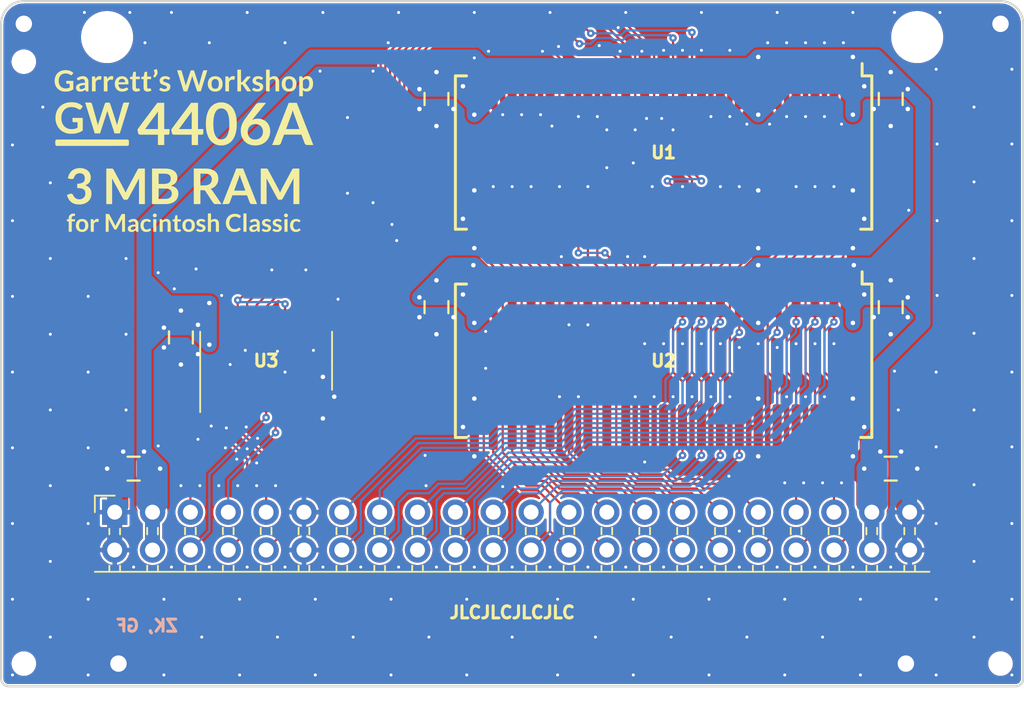
<source format=kicad_pcb>
(kicad_pcb (version 20211014) (generator pcbnew)
  (layers (0 "F.Cu" mixed) (31 "B.Cu" mixed) (34 "B.Paste" user) (35 "F.Paste" user) (36 "B.SilkS" user "B.Silkscreen") (37 "F.SilkS" user "F.Silkscreen") (38 "B.Mask" user) (39 "F.Mask" user) (44 "Edge.Cuts" user))
  (net 0 "")
  (net 1 "+5V")
  (net 2 "/~{WE}")
  (net 3 "GND")
  (net 4 "/A0")
  (net 5 "/A1")
  (net 6 "/A2")
  (net 7 "/A3")
  (net 8 "/A4")
  (net 9 "/A5")
  (net 10 "/A6")
  (net 11 "/A7")
  (net 12 "/A8")
  (net 13 "/A9")
  (net 14 "/~{RAS}")
  (net 15 "/DQ7")
  (net 16 "/DQ6")
  (net 17 "/DQ5")
  (net 18 "/DQ4")
  (net 19 "/DQ3")
  (net 20 "/DQ2")
  (net 21 "/DQ1")
  (net 22 "/DQ0")
  (net 23 "/U~{CAS}C")
  (net 24 "/L~{CAS}C")
  (net 25 "/L~{CAS}1")
  (net 26 "/U~{CAS}1")
  (net 27 "/U~{CAS}D")
  (net 28 "/L~{CAS}D")
  (net 29 "/DQ8")
  (net 30 "/DQ10")
  (net 31 "/DQ9")
  (net 32 "/DQ11")
  (net 33 "/DQ12")
  (net 34 "/DQ14")
  (net 35 "/DQ13")
  (net 36 "/DQ15")
  (net 37 "/~{OE}1")
  (net 38 "/~{OE}0")
  (net 41 "/U~{CAS}0")
  (net 42 "/L~{CAS}0")
  (footprint "stdpads:Fiducial" (layer "F.Cu") (at 90.424 90.424)
    (fp_text reference "FID4" hide)
    (fp_text value "Fiducial" hide)
  )
  (footprint "stdpads:C_0805" (layer "F.Cu") (at 115.57 109.435 -90)
    (fp_text reference "C4")
    (fp_text value "2u2")
  )
  (footprint "stdpads:C_0805" (layer "F.Cu") (at 95.25 120.269 180)
    (fp_text reference "C1")
    (fp_text value "2u2")
  )
  (footprint "stdpads:C_0805" (layer "F.Cu") (at 146.05 109.435 -90)
    (fp_text reference "C5")
    (fp_text value "2u2")
  )
  (footprint "stdpads:Fiducial" (layer "F.Cu") (at 150.876 90.424)
    (fp_text reference "FID3" hide)
    (fp_text value "Fiducial" hide)
  )
  (footprint "stdpads:PasteHole_1.1mm_PTH" (layer "F.Cu") (at 87.884 90.424)
    (fp_text reference "H4")
    (fp_text value " " hide)
  )
  (footprint "stdpads:PasteHole_1.1mm_PTH" (layer "F.Cu") (at 153.416 90.424)
    (fp_text reference "H3")
    (fp_text value " " hide)
  )
  (footprint "stdpads:PinSocket_2x22_P2.54mm_Horizontal" (layer "F.Cu") (at 93.98 123.19 90)
    (fp_text reference "J1" hide)
    (fp_text value "RAM Exp." hide)
  )
  (footprint "stdpads:PasteHole_1.1mm_PTH" (layer "F.Cu") (at 147.066 133.35 180)
    (fp_text reference "H2")
    (fp_text value " " hide)
  )
  (footprint "stdpads:Fiducial" (layer "F.Cu") (at 94.234 130.81 180)
    (fp_text reference "FID1" hide)
    (fp_text value "Fiducial" hide)
  )
  (footprint "stdpads:Fiducial" (layer "F.Cu") (at 147.066 130.81 180)
    (fp_text reference "FID2" hide)
    (fp_text value "Fiducial" hide)
  )
  (footprint "stdpads:SOJ-42_400mil" (layer "F.Cu") (at 130.81 99.06 -90)
    (fp_text reference "U1")
    (fp_text value "AS4C1M16F5")
  )
  (footprint "stdpads:SOIC-14_3.9mm" (layer "F.Cu") (at 104.14 113.03)
    (fp_text reference "U3")
    (fp_text value "74HCT08D")
  )
  (footprint "stdpads:SOJ-42_400mil" (layer "F.Cu") (at 130.81 113.03 -90)
    (fp_text reference "U2")
    (fp_text value "AS4C1M16F5")
  )
  (footprint "stdpads:C_0805" (layer "F.Cu") (at 146.05 120.269)
    (fp_text reference "C2")
    (fp_text value "2u2")
  )
  (footprint "stdpads:C_0805" (layer "F.Cu") (at 98.425 111.467 -90)
    (fp_text reference "C3")
    (fp_text value "2u2")
  )
  (footprint "stdpads:C_0805" (layer "F.Cu") (at 146.05 95.465 -90)
    (fp_text reference "C7")
    (fp_text value "2u2")
  )
  (footprint "stdpads:C_0805" (layer "F.Cu") (at 115.57 95.465 -90)
    (fp_text reference "C6")
    (fp_text value "2u2")
  )
  (footprint "stdpads:PasteHole_1.1mm_PTH" (layer "F.Cu") (at 94.234 133.35 180)
    (fp_text reference "H1")
    (fp_text value " " hide)
  )
  (footprint "LOGO" (layer "F.Cu") (at 98.6155 96.266)
    (fp_text reference "G***" hide)
    (fp_text value "LOGO" hide)
  )
  (footprint "stdpads:PasteHole_1.152mm_NPTH" (layer "F.Cu") (at 87.884 133.35)
    (fp_text reference "H6")
    (fp_text value " " hide)
  )
  (footprint "stdpads:PasteHole_3mm_NPTH" (layer "F.Cu") (at 93.472 91.313)
    (fp_text reference "H9")
    (fp_text value " " hide)
  )
  (footprint "LOGO" (layer "F.Cu") (at 98.6155 102.1715)
    (fp_text reference "G***" hide)
    (fp_text value "LOGO" hide)
  )
  (footprint "stdpads:PasteHole_1.152mm_NPTH" (layer "F.Cu") (at 87.884 92.964)
    (fp_text reference "H7")
    (fp_text value " " hide)
  )
  (footprint "stdpads:PasteHole_3mm_NPTH" (layer "F.Cu") (at 147.828 91.313)
    (fp_text reference "H8")
    (fp_text value " " hide)
  )
  (footprint "stdpads:PasteHole_1.152mm_NPTH" (layer "F.Cu") (at 153.416 133.35)
    (fp_text reference "H5")
    (fp_text value " " hide)
  )
  (gr_line (start 153.416 88.9) (end 87.884 88.9) (layer "Edge.Cuts") (width 0.15))
  (gr_line (start 154.94 118.5545) (end 154.94 90.424) (layer "Edge.Cuts") (width 0.15))
  (gr_arc (start 86.36 90.424) (mid 86.806369 89.346369) (end 87.884 88.9) (layer "Edge.Cuts") (width 0.15))
  (gr_arc (start 153.416 88.9) (mid 154.493631 89.346369) (end 154.94 90.424) (layer "Edge.Cuts") (width 0.15))
  (gr_arc (start 86.868 134.874) (mid 86.50879 134.72521) (end 86.36 134.366) (layer "Edge.Cuts") (width 0.15))
  (gr_line (start 154.94 134.366) (end 154.94 118.5545) (layer "Edge.Cuts") (width 0.15))
  (gr_line (start 86.36 90.424) (end 86.36 134.366) (layer "Edge.Cuts") (width 0.15))
  (gr_line (start 86.868 134.874) (end 154.432 134.874) (layer "Edge.Cuts") (width 0.15))
  (gr_arc (start 154.94 134.366) (mid 154.79121 134.72521) (end 154.432 134.874) (layer "Edge.Cuts") (width 0.15))
  (gr_text "ZK, GF" (at 96.139 130.81) (layer "B.SilkS") (effects (font (size 0.8128 0.8128) (thickness 0.2032)) (justify mirror)))
  (gr_text "JLCJLCJLCJLC" (at 120.65 129.921) (layer "F.SilkS") (effects (font (size 0.8128 0.8128) (thickness 0.2032))))
  (segment (start 137.16 94.59) (end 137.16 96.52) (width 0.6) (layer "F.Cu") (net 1))
  (segment (start 137.16 108.56) (end 137.16 110.49) (width 0.6) (layer "F.Cu") (net 1))
  (segment (start 137.16 94.59) (end 137.16 92.6465) (width 0.6) (layer "F.Cu") (net 1))
  (segment (start 137.16 108.56) (end 137.16 106.6165) (width 0.6) (layer "F.Cu") (net 1))
  (segment (start 146.05 108.585) (end 146.05 107.6325) (width 0.6) (layer "F.Cu") (net 1))
  (segment (start 146.05 108.585) (end 144.272 108.585) (width 0.6) (layer "F.Cu") (net 1))
  (segment (start 146.05 108.585) (end 147.0025 108.585) (width 0.6) (layer "F.Cu") (net 1))
  (segment (start 147.0025 108.585) (end 147.193 108.7755) (width 0.6) (layer "F.Cu") (net 1))
  (segment (start 115.57 94.615) (end 117.348 94.615) (width 0.6) (layer "F.Cu") (net 1))
  (segment (start 115.57 94.615) (end 115.57 93.6625) (width 0.6) (layer "F.Cu") (net 1))
  (segment (start 114.6175 94.615) (end 114.427 94.8055) (width 0.6) (layer "F.Cu") (net 1))
  (segment (start 115.57 94.615) (end 114.6175 94.615) (width 0.6) (layer "F.Cu") (net 1))
  (segment (start 96.1 120.269) (end 97.028 120.269) (width 0.6) (layer "F.Cu") (net 1))
  (segment (start 96.1 120.269) (end 96.1 119.2775) (width 0.6) (layer "F.Cu") (net 1))
  (segment (start 96.1 119.2775) (end 95.9485 119.126) (width 0.6) (layer "F.Cu") (net 1))
  (segment (start 100.33 110.555) (end 100.33 111.9505) (width 0.6) (layer "F.Cu") (net 1))
  (segment (start 97.4725 110.617) (end 97.282 110.8075) (width 0.6) (layer "F.Cu") (net 1))
  (segment (start 100.33 110.555) (end 100.268 110.617) (width 0.6) (layer "F.Cu") (net 1))
  (segment (start 100.268 110.617) (end 99.568 110.617) (width 0.6) (layer "F.Cu") (net 1))
  (segment (start 98.425 110.617) (end 98.425 109.6645) (width 0.6) (layer "F.Cu") (net 1))
  (segment (start 100.33 110.555) (end 100.33 109.1565) (width 0.6) (layer "F.Cu") (net 1))
  (segment (start 98.425 110.617) (end 97.4725 110.617) (width 0.6) (layer "F.Cu") (net 1))
  (segment (start 98.425 110.617) (end 99.568 110.617) (width 0.6) (layer "F.Cu") (net 1))
  (segment (start 145.2 122.77) (end 144.78 123.19) (width 1) (layer "F.Cu") (net 1))
  (segment (start 143.51 108.56) (end 143.51 106.68) (width 0.6) (layer "F.Cu") (net 1))
  (segment (start 143.51 94.59) (end 143.51 92.6465) (width 0.6) (layer "F.Cu") (net 1))
  (segment (start 118.11 94.59) (end 118.11 96.52) (width 0.6) (layer "F.Cu") (net 1))
  (segment (start 118.11 108.56) (end 118.11 106.68) (width 0.6) (layer "F.Cu") (net 1))
  (segment (start 143.535 108.585) (end 144.272 108.585) (width 0.6) (layer "F.Cu") (net 1))
  (segment (start 118.085 94.615) (end 117.348 94.615) (width 0.6) (layer "F.Cu") (net 1))
  (segment (start 147.0025 94.615) (end 147.193 94.8055) (width 0.6) (layer "F.Cu") (net 1))
  (segment (start 143.51 108.56) (end 143.535 108.585) (width 0.6) (layer "F.Cu") (net 1))
  (segment (start 96.1 120.269) (end 96.1 122.77) (width 1) (layer "F.Cu") (net 1))
  (segment (start 145.2 120.269) (end 145.2 119.2775) (width 0.6) (layer "F.Cu") (net 1))
  (segment (start 115.57 108.585) (end 115.57 107.6325) (width 0.6) (layer "F.Cu") (net 1))
  (segment (start 146.05 94.615) (end 146.05 93.6625) (width 0.6) (layer "F.Cu") (net 1))
  (segment (start 96.52 123.19) (end 96.52 125.73) (width 1) (layer "F.Cu") (net 1))
  (segment (start 145.2 120.269) (end 145.2 122.77) (width 1) (layer "F.Cu") (net 1))
  (segment (start 114.6175 108.585) (end 114.427 108.7755) (width 0.6) (layer "F.Cu") (net 1))
  (segment (start 118.085 108.585) (end 117.348 108.585) (width 0.6) (layer "F.Cu") (net 1))
  (segment (start 143.51 94.59) (end 143.535 94.615) (width 0.6) (layer "F.Cu") (net 1))
  (segment (start 118.11 108.56) (end 118.085 108.585) (width 0.6) (layer "F.Cu") (net 1))
  (segment (start 118.11 108.56) (end 118.11 110.49) (width 0.6) (layer "F.Cu") (net 1))
  (segment (start 143.51 108.56) (end 143.51 110.49) (width 0.6) (layer "F.Cu") (net 1))
  (segment (start 143.51 94.59) (end 143.51 96.52) (width 0.6) (layer "F.Cu") (net 1))
  (segment (start 118.11 94.59) (end 118.11 92.71) (width 0.5) (layer "F.Cu") (net 1))
  (segment (start 118.11 106.68) (end 118.0465 106.6165) (width 0.6) (layer "F.Cu") (net 1))
  (segment (start 146.05 94.615) (end 147.0025 94.615) (width 0.6) (layer "F.Cu") (net 1))
  (segment (start 146.05 94.615) (end 144.272 94.615) (width 0.6) (layer "F.Cu") (net 1))
  (segment (start 145.2 120.269) (end 144.272 120.269) (width 0.6) (layer "F.Cu") (net 1))
  (segment (start 143.535 94.615) (end 144.272 94.615) (width 0.6) (layer "F.Cu") (net 1))
  (segment (start 115.57 108.585) (end 117.348 108.585) (width 0.6) (layer "F.Cu") (net 1))
  (segment (start 118.11 94.59) (end 118.085 94.615) (width 0.6) (layer "F.Cu") (net 1))
  (segment (start 145.2 119.2775) (end 145.3515 119.126) (width 0.6) (layer "F.Cu") (net 1))
  (segment (start 115.57 108.585) (end 114.6175 108.585) (width 0.6) (layer "F.Cu") (net 1))
  (segment (start 96.1 122.77) (end 96.52 123.19) (width 1) (layer "F.Cu") (net 1))
  (segment (start 144.78 123.19) (end 144.78 125.73) (width 1) (layer "F.Cu") (net 1))
  (segment (start 143.51 106.68) (end 143.5735 106.6165) (width 0.6) (layer "F.Cu") (net 1))
  (via (at 137.16 96.52) (size 0.6) (drill 0.3) (layers "F.Cu" "B.Cu") (net 1))
  (via (at 137.16 110.49) (size 0.6) (drill 0.3) (layers "F.Cu" "B.Cu") (net 1))
  (via (at 137.16 92.6465) (size 0.6) (drill 0.3) (layers "F.Cu" "B.Cu") (net 1))
  (via (at 137.16 106.6165) (size 0.6) (drill 0.3) (layers "F.Cu" "B.Cu") (net 1))
  (via (at 146.05 107.6325) (size 0.6) (drill 0.3) (layers "F.Cu" "B.Cu") (net 1))
  (via (at 147.193 108.7755) (size 0.6) (drill 0.3) (layers "F.Cu" "B.Cu") (net 1))
  (via (at 114.427 94.8055) (size 0.6) (drill 0.3) (layers "F.Cu" "B.Cu") (net 1))
  (via (at 115.57 93.6625) (size 0.6) (drill 0.3) (layers "F.Cu" "B.Cu") (net 1))
  (via (at 97.028 120.269) (size 0.6) (drill 0.3) (layers "F.Cu" "B.Cu") (net 1))
  (via (at 95.9485 119.126) (size 0.6) (drill 0.3) (layers "F.Cu" "B.Cu") (net 1))
  (via (at 100.33 111.9505) (size 0.6) (drill 0.3) (layers "F.Cu" "B.Cu") (net 1))
  (via (at 98.425 109.6645) (size 0.6) (drill 0.3) (layers "F.Cu" "B.Cu") (net 1))
  (via (at 100.33 109.1565) (size 0.6) (drill 0.3) (layers "F.Cu" "B.Cu") (net 1))
  (via (at 99.568 110.617) (size 0.6) (drill 0.3) (layers "F.Cu" "B.Cu") (net 1))
  (via (at 97.282 110.8075) (size 0.6) (drill 0.3) (layers "F.Cu" "B.Cu") (net 1))
  (via (at 115.57 107.6325) (size 0.6) (drill 0.3) (layers "F.Cu" "B.Cu") (net 1))
  (via (at 143.5735 106.6165) (size 0.6) (drill 0.3) (layers "F.Cu" "B.Cu") (net 1))
  (via (at 144.272 120.269) (size 0.6) (drill 0.3) (layers "F.Cu" "B.Cu") (net 1))
  (via (at 144.272 108.585) (size 0.6) (drill 0.3) (layers "F.Cu" "B.Cu") (net 1))
  (via (at 143.51 92.6465) (size 0.6) (drill 0.3) (layers "F.Cu" "B.Cu") (net 1))
  (via (at 145.3515 119.126) (size 0.6) (drill 0.3) (layers "F.Cu" "B.Cu") (net 1))
  (via (at 144.272 94.615) (size 0.6) (drill 0.3) (layers "F.Cu" "B.Cu") (net 1))
  (via (at 118.11 92.71) (size 0.5) (drill 0.2) (layers "F.Cu" "B.Cu") (net 1))
  (via (at 143.51 110.49) (size 0.6) (drill 0.3) (layers "F.Cu" "B.Cu") (net 1))
  (via (at 143.51 96.52) (size 0.6) (drill 0.3) (layers "F.Cu" "B.Cu") (net 1))
  (via (at 117.348 108.585) (size 0.6) (drill 0.3) (layers "F.Cu" "B.Cu") (net 1))
  (via (at 118.11 110.49) (size 0.6) (drill 0.3) (layers "F.Cu" "B.Cu") (net 1))
  (via (at 117.348 94.615) (size 0.6) (drill 0.3) (layers "F.Cu" "B.Cu") (net 1))
  (via (at 147.193 94.8055) (size 0.6) (drill 0.3) (layers "F.Cu" "B.Cu") (net 1))
  (via (at 118.0465 106.6165) (size 0.6) (drill 0.3) (layers "F.Cu" "B.Cu") (net 1))
  (via (at 146.05 93.6625) (size 0.6) (drill 0.3) (layers "F.Cu" "B.Cu") (net 1))
  (via (at 118.11 96.52) (size 0.6) (drill 0.3) (layers "F.Cu" "B.Cu") (net 1))
  (via (at 114.427 108.7755) (size 0.6) (drill 0.3) (layers "F.Cu" "B.Cu") (net 1))
  (segment (start 137.16 92.6465) (end 143.51 92.6465) (width 1) (layer "B.Cu") (net 1))
  (segment (start 117.0305 94.8055) (end 118.11 95.885) (width 1) (layer "B.Cu") (net 1))
  (segment (start 137.82675 93.31325) (end 137.16 92.6465) (width 1) (layer "B.Cu") (net 1))
  (segment (start 137.8585 95.8215) (end 137.16 96.52) (width 1) (layer "B.Cu") (net 1))
  (segment (start 137.8585 93.345) (end 137.82675 93.31325) (width 1) (layer "B.Cu") (net 1))
  (segment (start 137.8585 95.8215) (end 137.8585 93.345) (width 1) (layer "B.Cu") (net 1))
  (segment (start 139.065 94.615) (end 137.8585 95.8215) (width 1) (layer "B.Cu") (net 1))
  (segment (start 139.1285 94.615) (end 137.82675 93.31325) (width 1) (layer "B.Cu") (net 1))
  (segment (start 135.255 94.615) (end 139.065 94.615) (width 1) (layer "B.Cu") (net 1))
  (segment (start 118.11 95.885) (end 118.11 96.52) (width 1) (layer "B.Cu") (net 1))
  (segment (start 118.11 92.6465) (end 116.586 92.6465) (width 1) (layer "B.Cu") (net 1))
  (segment (start 118.11 93.853) (end 118.11 92.6465) (width 1) (layer "B.Cu") (net 1))
  (segment (start 116.586 92.6465) (end 114.427 94.8055) (width 1) (layer "B.Cu") (net 1))
  (segment (start 118.11 92.6465) (end 118.71325 93.24975) (width 1) (layer "B.Cu") (net 1))
  (segment (start 118.11 92.6465) (end 118.11 96.52) (width 1) (layer "B.Cu") (net 1))
  (segment (start 118.11 92.6465) (end 115.951 94.8055) (width 1) (layer "B.Cu") (net 1))
  (segment (start 115.951 94.8055) (end 114.9985 94.8055) (width 1) (layer "B.Cu") (net 1))
  (segment (start 117.1575 92.6465) (end 114.9985 94.8055) (width 1) (layer "B.Cu") (net 1))
  (segment (start 147.066 94.8055) (end 144.907 92.6465) (width 1) (layer "B.Cu") (net 1))
  (segment (start 117.348 94.615) (end 118.11 93.853) (width 1) (layer "B.Cu") (net 1))
  (segment (start 143.51 92.6465) (end 145.034 92.6465) (width 1) (layer "B.Cu") (net 1))
  (segment (start 118.11 95.377) (end 118.11 96.52) (width 1) (layer "B.Cu") (net 1))
  (segment (start 148.209 95.758) (end 147.2565 94.8055) (width 1) (layer "B.Cu") (net 1))
  (segment (start 144.272 94.615) (end 139.1285 94.615) (width 1) (layer "B.Cu") (net 1))
  (segment (start 144.272 94.615) (end 139.065 94.615) (width 1) (layer "B.Cu") (net 1))
  (segment (start 137.16 96.52) (end 137.16 92.6465) (width 1) (layer "B.Cu") (net 1))
  (segment (start 147.193 94.8055) (end 147.066 94.8055) (width 1) (layer "B.Cu") (net 1))
  (segment (start 147.2565 94.8055) (end 147.193 94.8055) (width 1) (layer "B.Cu") (net 1))
  (segment (start 145.034 92.6465) (end 147.193 94.8055) (width 1) (layer "B.Cu") (net 1))
  (segment (start 117.348 94.615) (end 118.11 95.377) (width 1) (layer "B.Cu") (net 1))
  (segment (start 117.348 94.615) (end 135.1915 94.615) (width 1) (layer "B.Cu") (net 1))
  (segment (start 117.348 94.615) (end 135.255 94.615) (width 1) (layer "B.Cu") (net 1))
  (segment (start 144.907 92.6465) (end 145.0975 92.6465) (width 1) (layer "B.Cu") (net 1))
  (segment (start 145.0975 92.6465) (end 148.209 95.758) (width 1) (layer "B.Cu") (net 1))
  (segment (start 118.11 92.6465) (end 118.6815 93.218) (width 1) (layer "B.Cu") (net 1))
  (segment (start 118.11 92.6465) (end 117.1575 92.6465) (width 1) (layer "B.Cu") (net 1))
  (segment (start 136.398 95.758) (end 137.16 96.52) (width 1) (layer "B.Cu") (net 1))
  (segment (start 136.398 93.4085) (end 136.55675 93.24975) (width 1) (layer "B.Cu") (net 1))
  (segment (start 136.398 95.758) (end 136.398 93.4085) (width 1) (layer "B.Cu") (net 1))
  (segment (start 135.1915 94.615) (end 136.55675 93.24975) (width 1) (layer "B.Cu") (net 1))
  (segment (start 135.255 94.615) (end 136.398 95.758) (width 1) (layer "B.Cu") (net 1))
  (segment (start 136.55675 93.24975) (end 137.16 92.6465) (width 1) (layer "B.Cu") (net 1))
  (segment (start 139.065 94.615) (end 142.748 94.615) (width 1) (layer "B.Cu") (net 1))
  (segment (start 143.51 92.6465) (end 143.51 93.853) (width 1) (layer "B.Cu") (net 1))
  (segment (start 143.51 93.853) (end 144.272 94.615) (width 1) (layer "B.Cu") (net 1))
  (segment (start 143.51 92.6465) (end 145.669 94.8055) (width 1) (layer "B.Cu") (net 1))
  (segment (start 145.669 94.8055) (end 147.193 94.8055) (width 1) (layer "B.Cu") (net 1))
  (segment (start 143.51 95.377) (end 144.272 94.615) (width 1) (layer "B.Cu") (net 1))
  (segment (start 143.51 96.52) (end 143.51 95.377) (width 1) (layer "B.Cu") (net 1))
  (segment (start 136.5885 93.218) (end 137.16 92.6465) (width 1) (layer "B.Cu") (net 1))
  (segment (start 118.6815 93.218) (end 136.5885 93.218) (width 1) (layer "B.Cu") (net 1))
  (segment (start 142.5321 93.6244) (end 143.51 92.6465) (width 1) (layer "B.Cu") (net 1))
  (segment (start 138.1379 93.6244) (end 142.5321 93.6244) (width 1) (layer "B.Cu") (net 1))
  (segment (start 114.427 94.8055) (end 114.9985 94.8055) (width 1) (layer "B.Cu") (net 1))
  (segment (start 135.1915 94.615) (end 120.015 94.615) (width 1) (layer "B.Cu") (net 1))
  (segment (start 120.0785 94.615) (end 135.1915 94.615) (width 1) (layer "B.Cu") (net 1))
  (segment (start 114.427 94.8055) (end 117.0305 94.8055) (width 1) (layer "B.Cu") (net 1))
  (segment (start 120.015 94.615) (end 118.745 95.885) (width 1) (layer "B.Cu") (net 1))
  (segment (start 137.16 92.6465) (end 138.1379 93.6244) (width 1) (layer "B.Cu") (net 1))
  (segment (start 118.745 93.2815) (end 118.71325 93.24975) (width 1) (layer "B.Cu") (net 1))
  (segment (start 118.11 93.853) (end 135.9535 93.853) (width 1) (layer "B.Cu") (net 1))
  (segment (start 135.9535 93.853) (end 137.16 92.6465) (width 1) (layer "B.Cu") (net 1))
  (segment (start 118.745 95.885) (end 118.11 96.52) (width 1) (layer "B.Cu") (net 1))
  (segment (start 142.748 94.615) (end 143.51 95.377) (width 1) (layer "B.Cu") (net 1))
  (segment (start 118.71325 93.24975) (end 120.0785 94.615) (width 1) (layer "B.Cu") (net 1))
  (segment (start 118.745 95.885) (end 118.745 93.2815) (width 1) (layer "B.Cu") (net 1))
  (segment (start 147.193 94.8055) (end 144.0815 94.8055) (width 1) (layer "B.Cu") (net 1))
  (segment (start 144.0815 94.8055) (end 143.51 95.377) (width 1) (layer "B.Cu") (net 1))
  (segment (start 144.4625 94.8055) (end 144.272 94.615) (width 1) (layer "B.Cu") (net 1))
  (segment (start 147.193 94.8055) (end 144.4625 94.8055) (width 1) (layer "B.Cu") (net 1))
  (segment (start 142.748 94.615) (end 143.51 93.853) (width 1) (layer "B.Cu") (net 1))
  (segment (start 144.272 94.615) (end 147.066 94.615) (width 1) (layer "B.Cu") (net 1))
  (segment (start 147.066 94.615) (end 148.209 95.758) (width 1) (layer "B.Cu") (net 1))
  (segment (start 143.51 107.823) (end 144.272 108.585) (width 1) (layer "B.Cu") (net 1))
  (segment (start 112.3315 92.71) (end 118.11 92.71) (width 1) (layer "B.Cu") (net 1))
  (segment (start 142.5321 107.5944) (end 143.51 106.6165) (width 1) (layer "B.Cu") (net 1))
  (segment (start 147.193 108.7755) (end 144.4625 108.7755) (width 1) (layer "B.Cu") (net 1))
  (segment (start 100.33 111.9505) (end 100.33 109.1565) (width 1) (layer "B.Cu") (net 1))
  (segment (start 115.951 108.7755) (end 114.9985 108.7755) (width 1) (layer "B.Cu") (net 1))
  (segment (start 95.9485 112.141) (end 95.9485 110.8075) (width 1) (layer "B.Cu") (net 1))
  (segment (start 97.282 110.8075) (end 99.259502 110.8075) (width 1) (layer "B.Cu") (net 1))
  (segment (start 147.6375 106.6165) (end 148.209 107.188) (width 1) (layer "B.Cu") (net 1))
  (segment (start 142.748 108.585) (end 143.51 107.823) (width 1) (layer "B.Cu") (net 1))
  (segment (start 118.11 92.71) (end 118.0465 92.6465) (width 1) (layer "B.Cu") (net 1))
  (segment (start 147.066 108.7755) (end 144.907 106.6165) (width 1) (layer "B.Cu") (net 1))
  (segment (start 95.9485 112.0775) (end 95.9485 112.141) (width 1) (layer "B.Cu") (net 1))
  (segment (start 95.9485 109.474) (end 95.9485 109.347) (width 1) (layer "B.Cu") (net 1))
  (segment (start 139.065 108.585) (end 142.748 108.585) (width 1) (layer "B.Cu") (net 1))
  (segment (start 118.11 109.347) (end 118.11 110.49) (width 1) (layer "B.Cu") (net 1))
  (segment (start 112.268 92.6465) (end 112.3315 92.71) (width 1) (layer "B.Cu") (net 1))
  (segment (start 144.272 120.2055) (end 145.3515 119.126) (width 1) (layer "B.Cu") (net 1))
  (segment (start 137.16 106.6165) (end 143.51 106.6165) (width 1) (layer "B.Cu") (net 1))
  (segment (start 117.0305 108.7755) (end 118.11 109.855) (width 1) (layer "B.Cu") (net 1))
  (segment (start 145.034 106.6165) (end 147.193 108.7755) (width 1) (layer "B.Cu") (net 1))
  (segment (start 112.268 92.6465) (end 113.284 93.6625) (width 1) (layer "B.Cu") (net 1))
  (segment (start 117.1575 106.6165) (end 114.9985 108.7755) (width 1) (layer "B.Cu") (net 1))
  (segment (start 144.78 123.19) (end 144.78 119.6975) (width 1) (layer "B.Cu") (net 1))
  (segment (start 147.5105 106.6165) (end 147.6375 106.6165) (width 1) (layer "B.Cu") (net 1))
  (segment (start 118.11 106.6165) (end 118.6815 107.188) (width 1) (layer "B.Cu") (net 1))
  (segment (start 147.193 108.7755) (end 147.066 108.7755) (width 1) (layer "B.Cu") (net 1))
  (segment (start 144.272 108.585) (end 147.066 108.585) (width 1) (layer "B.Cu") (net 1))
  (segment (start 135.255 108.585) (end 139.065 108.585) (width 1) (layer "B.Cu") (net 1))
  (segment (start 97.2185 110.8075) (end 95.9485 112.0775) (width 1) (layer "B.Cu") (net 1))
  (segment (start 100.33 109.1565) (end 98.933 109.1565) (width 1) (layer "B.Cu") (net 1))
  (segment (start 144.78 123.19) (end 144.272 122.682) (width 1) (layer "B.Cu") (net 1))
  (segment (start 146.2405 106.6165) (end 148.209 104.648) (width 1) (layer "B.Cu") (net 1))
  (segment (start 99.187 110.8075) (end 100.33 111.9505) (width 1) (layer "B.Cu") (net 1))
  (segment (start 117.348 108.585) (end 118.11 107.823) (width 1) (layer "B.Cu") (net 1))
  (segment (start 147.5105 106.6165) (end 148.209 105.918) (width 1) (layer "B.Cu") (net 1))
  (segment (start 148.209 107.188) (end 148.209 103.3145) (width 1) (layer "B.Cu") (net 1))
  (segment (start 96.52 119.6975) (end 95.9485 119.126) (width 1) (layer "B.Cu") (net 1))
  (segment (start 117.348 108.585) (end 135.1915 108.585) (width 1) (layer "B.Cu") (net 1))
  (segment (start 97.282 110.8075) (end 95.9485 109.474) (width 1) (layer "B.Cu") (net 1))
  (segment (start 118.6815 107.188) (end 136.5885 107.188) (width 1) (layer "B.Cu") (net 1))
  (segment (start 147.066 108.585) (end 148.209 109.728) (width 1) (layer "B.Cu") (net 1))
  (segment (start 100.33 109.1565) (end 98.679 110.8075) (width 1) (layer "B.Cu") (net 1))
  (segment (start 95.9485 106.9975) (end 95.9485 103.9495) (width 1) (layer "B.Cu") (net 1))
  (segment (start 96.266 109.6645) (end 95.9485 109.347) (width 1) (layer "B.Cu") (net 1))
  (segment (start 145.3515 119.126) (end 145.3515 122.6185) (width 1) (layer "B.Cu") (net 1))
  (segment (start 118.745 109.855) (end 118.745 107.2515) (width 1) (layer "B.Cu") (net 1))
  (segment (start 135.9535 107.823) (end 137.16 106.6165) (width 1) (layer "B.Cu") (net 1))
  (segment (start 145.0975 106.6165) (end 148.209 109.728) (width 1) (layer "B.Cu") (net 1))
  (segment (start 145.3515 119.126) (end 145.3515 113.3475) (width 1) (layer "B.Cu") (net 1))
  (segment (start 135.255 108.585) (end 136.398 109.728) (width 1) (layer "B.Cu") (net 1))
  (segment (start 143.51 106.6165) (end 143.51 107.823) (width 1) (layer "B.Cu") (net 1))
  (segment (start 144.526 120.015) (end 144.526 118.618) (width 1) (layer "B.Cu") (net 1))
  (segment (start 98.8695 109.1565) (end 100.33 109.1565) (width 1) (layer "B.Cu") (net 1))
  (segment (start 144.78 123.19) (end 144.78 125.73) (width 1) (layer "B.Cu") (net 1))
  (segment (start 144.0815 108.7755) (end 143.51 109.347) (width 1) (layer "B.Cu") (net 1))
  (segment (start 139.1285 108.585) (end 137.82675 107.28325) (width 1) (layer "B.Cu") (net 1))
  (segment (start 118.11 109.855) (end 118.11 110.49) (width 1) (layer "B.Cu") (net 1))
  (segment (start 145.3515 113.3475) (end 148.209 110.49) (width 1) (layer "B.Cu") (net 1))
  (segment (start 117.348 108.585) (end 135.255 108.585) (width 1) (layer "B.Cu") (net 1))
  (segment (start 144.272 108.585) (end 139.1285 108.585) (width 1) (layer "B.Cu") (net 1))
  (segment (start 136.398 109.728) (end 136.398 107.3785) (width 1) (layer "B.Cu") (net 1))
  (segment (start 118.11 106.6165) (end 118.11 110.49) (width 1) (layer "B.Cu") (net 1))
  (segment (start 114.427 108.7755) (end 114.9985 108.7755) (width 1) (layer "B.Cu") (net 1))
  (segment (start 144.907 106.6165) (end 146.4945 106.6165) (width 1) (layer "B.Cu") (net 1))
  (segment (start 144.907 106.6165) (end 146.2405 106.6165) (width 1) (layer "B.Cu") (net 1))
  (segment (start 95.9485 110.8075) (end 97.282 110.8075) (width 1) (layer "B.Cu") (net 1))
  (segment (start 95.9485 103.9495) (end 107.2515 92.6465) (width 1) (layer "B.Cu") (net 1))
  (segment (start 112.268 92.6465) (end 114.427 94.8055) (width 1) (layer "B.Cu") (net 1))
  (segment (start 100.33 109.1565) (end 96.139 109.1565) (width 1) (layer "B.Cu") (net 1))
  (segment (start 145.669 108.7755) (end 147.193 108.7755) (width 1) (layer "B.Cu") (net 1))
  (segment (start 97.028 120.2055) (end 97.028 120.269) (width 1) (layer "B.Cu") (net 1))
  (segment (start 118.745 109.855) (end 118.11 110.49) (width 1) (layer "B.Cu") (net 1))
  (segment (start 95.9485 110.8075) (end 95.9485 109.347) (width 1) (layer "B.Cu") (net 1))
  (segment (start 98.425 109.6645) (end 98.6155 109.6645) (width 1) (layer "B.Cu") (net 1))
  (segment (start 146.4945 106.6165) (end 148.209 108.331) (width 1) (layer "B.Cu") (net 1))
  (segment (start 136.55675 107.21975) (end 137.16 106.6165) (width 1) (layer "B.Cu") (net 1))
  (segment (start 142.748 108.585) (end 143.51 109.347) (width 1) (layer "B.Cu") (net 1))
  (segment (start 144.272 122.682) (end 144.272 120.269) (width 1) (layer "B.Cu") (net 1))
  (segment (start 144.907 106.6165) (end 148.209 103.3145) (width 1) (layer "B.Cu") (net 1))
  (segment (start 118.11 106.6165) (end 116.586 106.6165) (width 1) (layer "B.Cu") (net 1))
  (segment (start 98.933 109.1565) (end 97.282 110.8075) (width 1) (layer "B.Cu") (net 1))
  (segment (start 115.57 107.6325) (end 116.3955 107.6325) (width 1) (layer "B.Cu") (net 1))
  (segment (start 112.268 92.6465) (end 114.554 92.6465) (width 1) (layer "B.Cu") (net 1))
  (segment (start 144.272 120.269) (end 144.526 120.015) (width 1) (layer "B.Cu") (net 1))
  (segment (start 135.1915 108.585) (end 136.55675 107.21975) (width 1) (layer "B.Cu") (net 1))
  (segment (start 98.425 109.6645) (end 96.266 109.6645) (width 1) (layer "B.Cu") (net 1))
  (segment (start 146.2405 106.6165) (end 147.5105 106.6165) (width 1) (layer "B.Cu") (net 1))
  (segment (start 143.51 106.6165) (end 145.669 108.7755) (width 1) (layer "B.Cu") (net 1))
  (segment (start 148.209 110.49) (end 148.209 107.188) (width 1) (layer "B.Cu") (net 1))
  (segment (start 145.3515 122.6185) (end 144.78 123.19) (width 1) (layer "B.Cu") (net 1))
  (segment (start 136.398 109.728) (end 137.16 110.49) (width 1) (layer "B.Cu") (net 1))
  (segment (start 96.139 109.1565) (end 95.9485 109.347) (width 1) (layer "B.Cu") (net 1))
  (segment (start 136.5885 107.188) (end 137.16 106.6165) (width 1) (layer "B.Cu") (net 1))
  (segment (start 120.015 108.585) (end 118.745 109.855) (width 1) (layer "B.Cu") (net 1))
  (segment (start 96.52 123.19) (end 96.52 119.6975) (width 1) (layer "B.Cu") (net 1))
  (segment (start 144.907 106.6165) (end 145.0975 106.6165) (width 1) (layer "B.Cu") (net 1))
  (segment (start 112.268 92.6465) (end 107.2515 92.6465) (width 1) (layer "B.Cu") (net 1))
  (segment (start 144.4625 108.7755) (end 144.272 108.585) (width 1) (layer "B.Cu") (net 1))
  (segment (start 97.028 122.682) (end 96.52 123.19) (width 1) (layer "B.Cu") (net 1))
  (segment (start 95.9485 107.5055) (end 98.1075 109.6645) (width 1) (layer "B.Cu") (net 1))
  (segment (start 148.209 105.918) (end 148.209 104.648) (width 1) (layer "B.Cu") (net 1))
  (segment (start 95.9485 119.126) (end 95.9485 112.141) (width 1) (layer "B.Cu") (net 1))
  (segment (start 114.427 108.7755) (end 117.0305 108.7755) (width 1) (layer "B.Cu") (net 1))
  (segment (start 137.8585 109.7915) (end 137.16 110.49) (width 1) (layer "B.Cu") (net 1))
  (segment (start 118.11 106.6165) (end 115.951 108.7755) (width 1) (layer "B.Cu") (net 1))
  (segment (start 144.272 120.269) (end 144.272 120.2055) (width 1) (layer "B.Cu") (net 1))
  (segment (start 116.586 106.6165) (end 114.427 108.7755) (width 1) (layer "B.Cu") (net 1))
  (segment (start 118.11 106.6165) (end 117.1575 106.6165) (width 1) (layer "B.Cu") (net 1))
  (segment (start 143.51 110.49) (end 143.51 109.347) (width 1) (layer "B.Cu") (net 1))
  (segment (start 148.209 103.3145) (end 148.209 95.758) (width 1) (layer "B.Cu") (net 1))
  (segment (start 116.3955 107.6325) (end 117.348 108.585) (width 1) (layer "B.Cu") (net 1))
  (segment (start 95.9485 106.9975) (end 95.9485 107.5055) (width 1) (layer "B.Cu") (net 1))
  (segment (start 95.9485 109.347) (end 95.9485 106.9975) (width 1) (layer "B.Cu") (net 1))
  (segment (start 95.9485 119.126) (end 97.028 120.2055) (width 1) (layer "B.Cu") (net 1))
  (segment (start 143.51 106.6165) (end 145.034 106.6165) (width 1) (layer "B.Cu") (net 1))
  (segment (start 98.6155 109.6645) (end 99.568 110.617) (width 1) (layer "B.Cu") (net 1))
  (segment (start 144.526 118.618) (end 145.3515 117.7925) (width 1) (layer "B.Cu") (net 1))
  (segment (start 97.028 120.269) (end 97.028 122.682) (width 1) (layer "B.Cu") (net 1))
  (segment (start 136.398 107.3785) (end 136.55675 107.21975) (width 1) (layer "B.Cu") (net 1))
  (segment (start 138.1379 107.5944) (end 142.5321 107.5944) (width 1) (layer "B.Cu") (net 1))
  (segment (start 139.065 108.585) (end 137.8585 109.7915) (width 1) (layer "B.Cu") (net 1))
  (segment (start 143.51 109.347) (end 144.272 108.585) (width 1) (layer "B.Cu") (net 1))
  (segment (start 144.78 119.6975) (end 145.3515 119.126) (width 1) (layer "B.Cu") (net 1))
  (segment (start 96.52 123.19) (end 96.52 125.73) (width 1) (layer "B.Cu") (net 1))
  (segment (start 113.284 93.6625) (end 115.57 93.6625) (width 1) (layer "B.Cu") (net 1))
  (segment (start 147.2565 108.7755) (end 147.193 108.7755) (width 1) (layer "B.Cu") (net 1))
  (segment (start 118.71325 107.21975) (end 120.0785 108.585) (width 1) (layer "B.Cu") (net 1))
  (segment (start 147.193 108.7755) (end 144.0815 108.7755) (width 1) (layer "B.Cu") (net 1))
  (segment (start 118.745 107.2515) (end 118.71325 107.21975) (width 1) (layer "B.Cu") (net 1))
  (segment (start 145.3515 117.7925) (end 145.3515 113.3475) (width 1) (layer "B.Cu") (net 1))
  (segment (start 137.82675 107.28325) (end 137.16 106.6165) (width 1) (layer "B.Cu") (net 1))
  (segment (start 95.9485 119.126) (end 95.9485 122.6185) (width 1) (layer "B.Cu") (net 1))
  (segment (start 137.16 110.49) (end 137.16 106.6165) (width 1) (layer "B.Cu") (net 1))
  (segment (start 135.1915 108.585) (end 120.015 108.585) (width 1) (layer "B.Cu") (net 1))
  (segment (start 118.11 107.823) (end 118.11 106.6165) (width 1) (layer "B.Cu") (net 1))
  (segment (start 95.9485 122.6185) (end 96.52 123.19) (width 1) (layer "B.Cu") (net 1))
  (segment (start 148.209 109.728) (end 147.2565 108.7755) (width 1) (layer "B.Cu") (net 1))
  (segment (start 137.8585 109.7915) (end 137.8585 107.315) (width 1) (layer "B.Cu") (net 1))
  (segment (start 144.272 108.585) (end 139.065 108.585) (width 1) (layer "B.Cu") (net 1))
  (segment (start 116.586 92.6465) (end 112.268 92.6465) (width 1) (layer "B.Cu") (net 1))
  (segment (start 98.679 110.8075) (end 97.282 110.8075) (width 1) (layer "B.Cu") (net 1))
  (segment (start 148.209 104.648) (end 148.209 103.3145) (width 1) (layer "B.Cu") (net 1))
  (segment (start 97.282 110.8075) (end 99.187 110.8075) (width 1) (layer "B.Cu") (net 1))
  (segment (start 118.11 107.823) (end 135.9535 107.823) (width 1) (layer "B.Cu") (net 1))
  (segment (start 118.11 106.6165) (end 118.71325 107.21975) (width 1) (layer "B.Cu") (net 1))
  (segment (start 95.9485 112.0775) (end 98.8695 109.1565) (width 1) (layer "B.Cu") (net 1))
  (segment (start 137.8585 107.315) (end 137.82675 107.28325) (width 1) (layer "B.Cu") (net 1))
  (segment (start 98.1075 109.6645) (end 98.425 109.6645) (width 1) (layer "B.Cu") (net 1))
  (segment (start 117.348 108.585) (end 118.11 109.347) (width 1) (layer "B.Cu") (net 1))
  (segment (start 114.554 92.6465) (end 115.57 93.6625) (width 1) (layer "B.Cu") (net 1))
  (segment (start 148.209 108.331) (end 148.209 110.49) (width 1) (layer "B.Cu") (net 1))
  (segment (start 137.16 106.6165) (end 138.1379 107.5944) (width 1) (layer "B.Cu") (net 1))
  (segment (start 97.282 110.8075) (end 97.2185 110.8075) (width 1) (layer "B.Cu") (net 1))
  (segment (start 120.0785 108.585) (end 135.1915 108.585) (width 1) (layer "B.Cu") (net 1))
  (segment (start 127.635 100.965) (end 127.635 106.045) (width 0.15) (layer "F.Cu") (net 2))
  (segment (start 131.6355 120.9675) (end 133.2865 120.9675) (width 0.15) (layer "F.Cu") (net 2))
  (segment (start 138.43 124.46) (end 137.16 125.73) (width 0.15) (layer "F.Cu") (net 2))
  (segment (start 127.635 106.045) (end 128.27 106.68) (width 0.15) (layer "F.Cu") (net 2))
  (segment (start 133.2865 120.9675) (end 133.604 121.285) (width 0.15) (layer "F.Cu") (net 2))
  (segment (start 127.9525 119.6975) (end 128.7145 119.6975) (width 0.15) (layer "F.Cu") (net 2))
  (segment (start 131.0005 120.3325) (end 131.6355 120.9675) (width 0.15) (layer "F.Cu") (net 2))
  (segment (start 128.7145 119.6975) (end 129.3495 120.3325) (width 0.15) (layer "F.Cu") (net 2))
  (segment (start 133.604 121.285) (end 137.0965 121.285) (width 0.15) (layer "F.Cu") (net 2))
  (segment (start 128.27 113.792) (end 127.635 114.427) (width 0.15) (layer "F.Cu") (net 2))
  (segment (start 127.635 114.427) (end 127.635 119.38) (width 0.15) (layer "F.Cu") (net 2))
  (segment (start 128.27 94.59) (end 128.27 100.33) (width 0.15) (layer "F.Cu") (net 2))
  (segment (start 138.43 122.6185) (end 138.43 124.46) (width 0.15) (layer "F.Cu") (net 2))
  (segment (start 128.27 100.33) (end 127.635 100.965) (width 0.15) (layer "F.Cu") (net 2))
  (segment (start 129.3495 120.3325) (end 131.0005 120.3325) (width 0.15) (layer "F.Cu") (net 2))
  (segment (start 137.0965 121.285) (end 138.43 122.6185) (width 0.15) (layer "F.Cu") (net 2))
  (segment (start 127.635 119.38) (end 127.9525 119.6975) (width 0.15) (layer "F.Cu") (net 2))
  (segment (start 128.27 106.68) (end 128.27 113.792) (width 0.15) (layer "F.Cu") (net 2))
  (segment (start 137.16 103.53) (end 137.16 101.6) (width 0.6) (layer "F.Cu") (net 3))
  (segment (start 137.16 117.5) (end 137.16 119.4435) (width 0.6) (layer "F.Cu") (net 3))
  (segment (start 137.16 103.53) (end 137.16 105.4735) (width 0.6) (layer "F.Cu") (net 3))
  (segment (start 137.16 117.5) (end 137.16 115.57) (width 0.6) (layer "F.Cu") (net 3))
  (segment (start 147.017 110.285) (end 147.193 110.109) (width 0.6) (layer "F.Cu") (net 3))
  (segment (start 146.05 110.285) (end 147.017 110.285) (width 0.6) (layer "F.Cu") (net 3))
  (segment (start 145.083 110.285) (end 144.907 110.109) (width 0.6) (layer "F.Cu") (net 3))
  (segment (start 146.05 110.285) (end 145.083 110.285) (width 0.6) (layer "F.Cu") (net 3))
  (segment (start 114.603 96.315) (end 114.427 96.139) (width 0.6) (layer "F.Cu") (net 3))
  (segment (start 115.57 96.315) (end 114.603 96.315) (width 0.6) (layer "F.Cu") (net 3))
  (segment (start 115.57 96.315) (end 115.57 97.282) (width 0.6) (layer "F.Cu") (net 3))
  (segment (start 116.537 96.315) (end 116.713 96.139) (width 0.6) (layer "F.Cu") (net 3))
  (segment (start 115.57 96.315) (end 116.537 96.315) (width 0.6) (layer "F.Cu") (net 3))
  (segment (start 94.4 119.2775) (end 94.5515 119.126) (width 0.6) (layer "F.Cu") (net 3))
  (segment (start 94.4 120.269) (end 94.4 119.2775) (width 0.6) (layer "F.Cu") (net 3))
  (segment (start 94.4 120.269) (end 93.472 120.269) (width 0.6) (layer "F.Cu") (net 3))
  (segment (start 107.95 115.505) (end 107.95 114.1095) (width 0.6) (layer "F.Cu") (net 3))
  (segment (start 98.425 112.317) (end 98.425 113.284) (width 0.6) (layer "F.Cu") (net 3))
  (segment (start 98.425 112.317) (end 97.458 112.317) (width 0.6) (layer "F.Cu") (net 3))
  (segment (start 108.012 115.443) (end 108.712 115.443) (width 0.6) (layer "F.Cu") (net 3))
  (segment (start 97.458 112.317) (end 97.282 112.141) (width 0.6) (layer "F.Cu") (net 3))
  (segment (start 107.95 115.505) (end 108.012 115.443) (width 0.6) (layer "F.Cu") (net 3))
  (segment (start 107.95 115.505) (end 107.95 116.9035) (width 0.6) (layer "F.Cu") (net 3))
  (segment (start 147.017 96.315) (end 147.193 96.139) (width 0.6) (layer "F.Cu") (net 3))
  (segment (start 99.568 112.5855) (end 99.568 112.522) (width 0.6) (layer "F.Cu") (net 3))
  (segment (start 99.363 112.317) (end 99.568 112.522) (width 0.6) (layer "F.Cu") (net 3))
  (segment (start 118.11 117.5) (end 118.11 115.57) (width 0.6) (layer "F.Cu") (net 3))
  (segment (start 146.9 120.269) (end 146.9 122.77) (width 1) (layer "F.Cu") (net 3))
  (segment (start 94.4 120.269) (end 94.4 122.77) (width 1) (layer "F.Cu") (net 3))
  (segment (start 98.425 112.317) (end 99.363 112.317) (width 0.6) (layer "F.Cu") (net 3))
  (segment (start 146.05 96.315) (end 145.083 96.315) (width 0.6) (layer "F.Cu") (net 3))
  (segment (start 143.51 117.5) (end 143.535 117.475) (width 0.6) (layer "F.Cu") (net 3))
  (segment (start 143.535 117.475) (end 144.272 117.475) (width 0.6) (layer "F.Cu") (net 3))
  (segment (start 118.11 117.5) (end 118.11 119.4435) (width 0.6) (layer "F.Cu") (net 3))
  (segment (start 118.085 117.475) (end 117.348 117.475) (width 0.6) (layer "F.Cu") (net 3))
  (segment (start 116.537 110.285) (end 116.713 110.109) (width 0.6) (layer "F.Cu") (net 3))
  (segment (start 146.05 110.285) (end 146.05 111.252) (width 0.6) (layer "F.Cu") (net 3))
  (segment (start 146.05 96.315) (end 146.05 97.282) (width 0.6) (layer "F.Cu") (net 3))
  (segment (start 115.57 110.285) (end 115.57 111.252) (width 0.6) (layer "F.Cu") (net 3))
  (segment (start 115.57 110.285) (end 114.603 110.285) (width 0.6) (layer "F.Cu") (net 3))
  (segment (start 118.085 103.505) (end 117.348 103.505) (width 0.6) (layer "F.Cu") (net 3))
  (segment (start 118.11 103.53) (end 118.11 105.4735) (width 0.6) (layer "F.Cu") (net 3))
  (segment (start 146.9 120.269) (end 146.9 119.2775) (width 0.6) (layer "F.Cu") (net 3))
  (segment (start 143.51 103.53) (end 143.51 105.4735) (width 0.6) (layer "F.Cu") (net 3))
  (segment (start 146.9 120.269) (end 147.828 120.269) (width 0.6) (layer "F.Cu") (net 3))
  (segment (start 115.57 110.285) (end 116.537 110.285) (width 0.6) (layer "F.Cu") (net 3))
  (segment (start 94.4 122.77) (end 93.98 123.19) (width 1) (layer "F.Cu") (net 3))
  (segment (start 118.11 103.53) (end 118.085 103.505) (width 0.6) (layer "F.Cu") (net 3))
  (segment (start 146.9 122.77) (end 147.32 123.19) (width 1) (layer "F.Cu") (net 3))
  (segment (start 143.535 103.505) (end 144.272 103.505) (width 0.6) (layer "F.Cu") (net 3))
  (segment (start 143.51 117.5) (end 143.51 115.57) (width 0.6) (layer "F.Cu") (net 3))
  (segment (start 146.9 119.2775) (end 146.7485 119.126) (width 0.6) (layer "F.Cu") (net 3))
  (segment (start 118.11 117.5) (end 118.085 117.475) (width 0.6) (layer "F.Cu") (net 3))
  (segment (start 118.11 103.53) (end 118.11 101.6) (width 0.6) (layer "F.Cu") (net 3))
  (segment (start 147.32 125.73) (end 147.32 123.19) (width 1) (layer "F.Cu") (net 3))
  (segment (start 143.51 103.53) (end 143.535 103.505) (width 0.6) (layer "F.Cu") (net 3))
  (segment (start 93.98 123.19) (end 93.98 125.73) (width 1) (layer "F.Cu") (net 3))
  (segment (start 143.51 117.5) (end 143.51 119.4435) (width 0.6) (layer "F.Cu") (net 3))
  (segment (start 145.083 96.315) (end 144.907 96.139) (width 0.6) (layer "F.Cu") (net 3))
  (segment (start 114.603 110.285) (end 114.427 110.109) (width 0.6) (layer "F.Cu") (net 3))
  (segment (start 146.05 96.315) (end 147.017 96.315) (width 0.6) (layer "F.Cu") (net 3))
  (segment (start 143.51 103.53) (end 143.51 101.6) (width 0.6) (layer "F.Cu") (net 3))
  (via (at 137.16 101.6) (size 0.6) (drill 0.3) (layers "F.Cu" "B.Cu") (net 3))
  (via (at 137.16 119.4435) (size 0.6) (drill 0.3) (layers "F.Cu" "B.Cu") (net 3))
  (via (at 137.16 115.57) (size 0.6) (drill 0.3) (layers "F.Cu" "B.Cu") (net 3))
  (via (at 147.193 110.109) (size 0.6) (drill 0.3) (layers "F.Cu" "B.Cu") (net 3))
  (via (at 144.907 110.109) (size 0.6) (drill 0.3) (layers "F.Cu" "B.Cu") (net 3))
  (via (at 114.427 96.139) (size 0.6) (drill 0.3) (layers "F.Cu" "B.Cu") (net 3))
  (via (at 115.57 97.282) (size 0.6) (drill 0.3) (layers "F.Cu" "B.Cu") (net 3))
  (via (at 116.713 96.139) (size 0.6) (drill 0.3) (layers "F.Cu" "B.Cu") (net 3))
  (via (at 94.5515 119.126) (size 0.6) (drill 0.3) (layers "F.Cu" "B.Cu") (net 3))
  (via (at 93.472 120.269) (size 0.6) (drill 0.3) (layers "F.Cu" "B.Cu") (net 3))
  (via (at 124.46 110.617) (size 0.5) (drill 0.2) (layers "F.Cu" "B.Cu") (net 3))
  (via (at 132.08 111.887) (size 0.5) (drill 0.2) (layers "F.Cu" "B.Cu") (net 3))
  (via (at 133.35 111.887) (size 0.5) (drill 0.2) (layers "F.Cu" "B.Cu") (net 3))
  (via (at 134.62 111.887) (size 0.5) (drill 0.2) (layers "F.Cu" "B.Cu") (net 3))
  (via (at 139.7 111.887) (size 0.5) (drill 0.2) (layers "F.Cu" "B.Cu") (net 3))
  (via (at 140.97 111.887) (size 0.5) (drill 0.2) (layers "F.Cu" "B.Cu") (net 3))
  (via (at 142.24 111.887) (size 0.5) (drill 0.2) (layers "F.Cu" "B.Cu") (net 3))
  (via (at 131.445 115.443) (size 0.5) (drill 0.2) (layers "F.Cu" "B.Cu") (net 3))
  (via (at 132.715 115.443) (size 0.5) (drill 0.2) (layers "F.Cu" "B.Cu") (net 3))
  (via (at 133.985 115.443) (size 0.5) (drill 0.2) (layers "F.Cu" "B.Cu") (net 3))
  (via (at 135.255 115.443) (size 0.5) (drill 0.2) (layers "F.Cu" "B.Cu") (net 3))
  (via (at 139.065 115.443) (size 0.5) (drill 0.2) (layers "F.Cu" "B.Cu") (net 3))
  (via (at 141.605 115.443) (size 0.5) (drill 0.2) (layers "F.Cu" "B.Cu") (net 3))
  (via (at 140.335 115.443) (size 0.5) (drill 0.2) (layers "F.Cu" "B.Cu") (net 3))
  (via (at 125.73 110.617) (size 0.5) (drill 0.2) (layers "F.Cu" "B.Cu") (net 3))
  (via (at 125.095 115.443) (size 0.5) (drill 0.2) (layers "F.Cu" "B.Cu") (net 3))
  (via (at 129.54 106.045) (size 0.5) (drill 0.2) (layers "F.Cu" "B.Cu") (net 3))
  (via (at 132.08 101.346) (size 0.5) (drill 0.2) (layers "F.Cu" "B.Cu") (net 3))
  (via (at 131.445 97.536) (size 0.5) (drill 0.2) (layers "F.Cu" "B.Cu") (net 3))
  (via (at 130.048 101.346) (size 0.5) (drill 0.2) (layers "F.Cu" "B.Cu") (net 3))
  (via (at 134.62 101.346) (size 0.5) (drill 0.2) (layers "F.Cu" "B.Cu") (net 3))
  (via (at 135.89 101.346) (size 0.5) (drill 0.2) (layers "F.Cu" "B.Cu") (net 3))
  (via (at 143.51 126.873) (size 0.5) (drill 0.2) (layers "F.Cu" "B.Cu") (net 3))
  (via (at 140.97 126.873) (size 0.5) (drill 0.2) (layers "F.Cu" "B.Cu") (net 3))
  (via (at 135.89 126.873) (size 0.5) (drill 0.2) (layers "F.Cu" "B.Cu") (net 3))
  (via (at 138.43 126.873) (size 0.5) (drill 0.2) (layers "F.Cu" "B.Cu") (net 3))
  (via (at 128.27 126.873) (size 0.5) (drill 0.2) (layers "F.Cu" "B.Cu") (net 3))
  (via (at 125.73 126.873) (size 0.5) (drill 0.2) (layers "F.Cu" "B.Cu") (net 3))
  (via (at 130.81 126.873) (size 0.5) (drill 0.2) (layers "F.Cu" "B.Cu") (net 3))
  (via (at 133.35 126.873) (size 0.5) (drill 0.2) (layers "F.Cu" "B.Cu") (net 3))
  (via (at 118.11 126.873) (size 0.5) (drill 0.2) (layers "F.Cu" "B.Cu") (net 3))
  (via (at 123.19 126.873) (size 0.5) (drill 0.2) (layers "F.Cu" "B.Cu") (net 3))
  (via (at 115.57 126.873) (size 0.5) (drill 0.2) (layers "F.Cu" "B.Cu") (net 3))
  (via (at 120.65 126.873) (size 0.5) (drill 0.2) (layers "F.Cu" "B.Cu") (net 3))
  (via (at 113.03 126.873) (size 0.5) (drill 0.2) (layers "F.Cu" "B.Cu") (net 3))
  (via (at 110.49 126.873) (size 0.5) (drill 0.2) (layers "F.Cu" "B.Cu") (net 3))
  (via (at 107.95 126.873) (size 0.5) (drill 0.2) (layers "F.Cu" "B.Cu") (net 3))
  (via (at 118.11 105.4735) (size 0.6) (drill 0.3) (layers "F.Cu" "B.Cu") (net 3))
  (via (at 137.16 105.4735) (size 0.6) (drill 0.3) (layers "F.Cu" "B.Cu") (net 3))
  (via (at 130.175 115.443) (size 0.5) (drill 0.2) (layers "F.Cu" "B.Cu") (net 3))
  (via (at 130.81 111.887) (size 0.5) (drill 0.2) (layers "F.Cu" "B.Cu") (net 3))
  (via (at 129.54 111.887) (size 0.5) (drill 0.2) (layers "F.Cu" "B.Cu") (net 3))
  (via (at 128.905 115.443) (size 0.5) (drill 0.2) (layers "F.Cu" "B.Cu") (net 3))
  (via (at 123.952 106.045) (size 0.5) (drill 0.2) (layers "F.Cu" "B.Cu") (net 3))
  (via (at 118.872 111.0615) (size 0.5) (drill 0.2) (layers "F.Cu" "B.Cu") (net 3))
  (via (at 123.825 115.443) (size 0.5) (drill 0.2) (layers "F.Cu" "B.Cu") (net 3))
  (via (at 125.095 96.647) (size 0.5) (drill 0.2) (layers "F.Cu" "B.Cu") (net 3))
  (via (at 120.015 96.52) (size 0.5) (drill 0.2) (layers "F.Cu" "B.Cu") (net 3))
  (via (at 121.285 96.52) (size 0.5) (drill 0.2) (layers "F.Cu" "B.Cu") (net 3))
  (via (at 122.555 96.52) (size 0.5) (drill 0.2) (layers "F.Cu" "B.Cu") (net 3))
  (via (at 123.317 97.282) (size 0.5) (drill 0.2) (layers "F.Cu" "B.Cu") (net 3))
  (via (at 127 97.536) (size 0.5) (drill 0.2) (layers "F.Cu" "B.Cu") (net 3))
  (via (at 127 100.076) (size 0.5) (drill 0.2) (layers "F.Cu" "B.Cu") (net 3))
  (via (at 128.905 97.536) (size 0.5) (drill 0.2) (layers "F.Cu" "B.Cu") (net 3))
  (via (at 127.889 92.2655) (size 0.5) (drill 0.2) (layers "F.Cu" "B.Cu") (net 3))
  (via (at 129.3495 92.2655) (size 0.5) (drill 0.2) (layers "F.Cu" "B.Cu") (net 3))
  (via (at 133.35 92.202) (size 0.5) (drill 0.2) (layers "F.Cu" "B.Cu") (net 3))
  (via (at 123.7615 91.948) (size 0.5) (drill 0.2) (layers "F.Cu" "B.Cu") (net 3))
  (via (at 122.682 92.2655) (size 0.5) (drill 0.2) (layers "F.Cu" "B.Cu") (net 3))
  (via (at 125.73 101.346) (size 0.5) (drill 0.2) (layers "F.Cu" "B.Cu") (net 3))
  (via (at 135.89 112.141) (size 0.5) (drill 0.2) (layers "F.Cu" "B.Cu") (net 3))
  (via (at 137.16 111.887) (size 0.5) (drill 0.2) (layers "F.Cu" "B.Cu") (net 3))
  (via (at 138.43 112.141) (size 0.5) (drill 0.2) (layers "F.Cu" "B.Cu") (net 3))
  (via (at 112.3315 91.694) (size 0.5) (drill 0.2) (layers "F.Cu" "B.Cu") (net 3))
  (via (at 119.0625 92.2655) (size 0.5) (drill 0.2) (layers "F.Cu" "B.Cu") (net 3))
  (via (at 111.3155 93.599) (size 0.5) (drill 0.2) (layers "F.Cu" "B.Cu") (net 3))
  (via (at 140.208 121.2215) (size 0.5) (drill 0.2) (layers "F.Cu" "B.Cu") (net 3))
  (via (at 141.478 121.2215) (size 0.5) (drill 0.2) (layers "F.Cu" "B.Cu") (net 3))
  (via (at 142.748 121.2215) (size 0.5) (drill 0.2) (layers "F.Cu" "B.Cu") (net 3))
  (via (at 138.938 121.2215) (size 0.5) (drill 0.2) (layers "F.Cu" "B.Cu") (net 3))
  (via (at 114.808 119.38) (size 0.5) (drill 0.2) (layers "F.Cu" "B.Cu") (net 3))
  (via (at 129.54 119.8245) (size 0.5) (drill 0.2) (layers "F.Cu" "B.Cu") (net 3))
  (via (at 112.903 104.9655) (size 0.5) (drill 0.2) (layers "F.Cu" "B.Cu") (net 3))
  (via (at 128.397 106.045) (size 0.5) (drill 0.2) (layers "F.Cu" "B.Cu") (net 3))
  (via (at 120.015 121.4755) (size 0.5) (drill 0.2) (layers "F.Cu" "B.Cu") (net 3))
  (via (at 154.178 129.032) (size 0.5) (drill 0.2) (layers "F.Cu" "B.Cu") (net 3))
  (via (at 154.178 134.112) (size 0.5) (drill 0.2) (layers "F.Cu" "B.Cu") (net 3))
  (via (at 87.122 129.032) (size 0.5) (drill 0.2) (layers "F.Cu" "B.Cu") (net 3))
  (via (at 91.948 89.662) (size 0.5) (drill 0.2) (layers "F.Cu" "B.Cu") (net 3))
  (via (at 97.79 89.662) (size 0.5) (drill 0.2) (layers "F.Cu" "B.Cu") (net 3))
  (via (at 143.51 89.662) (size 0.5) (drill 0.2) (layers "F.Cu" "B.Cu") (net 3))
  (via (at 87.122 134.112) (size 0.5) (drill 0.2) (layers "F.Cu" "B.Cu") (net 3))
  (via (at 87.122 123.952) (size 0.5) (drill 0.2) (layers "F.Cu" "B.Cu") (net 3))
  (via (at 87.122 118.872) (size 0.5) (drill 0.2) (layers "F.Cu" "B.Cu") (net 3))
  (via (at 87.122 108.712) (size 0.5) (drill 0.2) (layers "F.Cu" "B.Cu") (net 3))
  (via (at 87.122 113.792) (size 0.5) (drill 0.2) (layers "F.Cu" "B.Cu") (net 3))
  (via (at 87.122 103.632) (size 0.5) (drill 0.2) (layers "F.Cu" "B.Cu") (net 3))
  (via (at 87.122 98.552) (size 0.5) (drill 0.2) (layers "F.Cu" "B.Cu") (net 3))
  (via (at 154.178 118.8085) (size 0.5) (drill 0.2) (layers "F.Cu" "B.Cu") (net 3))
  (via (at 154.178 123.952) (size 0.5) (drill 0.2) (layers "F.Cu" "B.Cu") (net 3))
  (via (at 154.178 113.792) (size 0.5) (drill 0.2) (layers "F.Cu" "B.Cu") (net 3))
  (via (at 154.178 108.6485) (size 0.5) (drill 0.2) (layers "F.Cu" "B.Cu") (net 3))
  (via (at 154.178 103.632) (size 0.5) (drill 0.2) (layers "F.Cu" "B.Cu") (net 3))
  (via (at 154.178 98.4885) (size 0.5) (drill 0.2) (layers "F.Cu" "B.Cu") (net 3))
  (via (at 154.178 93.472) (size 0.5) (drill 0.2) (layers "F.Cu" "B.Cu") (net 3))
  (via (at 149.098 134.112) (size 0.5) (drill 0.2) (layers "F.Cu" "B.Cu") (net 3))
  (via (at 138.938 134.112) (size 0.5) (drill 0.2) (layers "F.Cu" "B.Cu") (net 3))
  (via (at 144.018 134.112) (size 0.5) (drill 0.2) (layers "F.Cu" "B.Cu") (net 3))
  (via (at 128.778 134.112) (size 0.5) (drill 0.2) (layers "F.Cu" "B.Cu") (net 3))
  (via (at 133.858 134.112) (size 0.5) (drill 0.2) (layers "F.Cu" "B.Cu") (net 3))
  (via (at 123.698 134.112) (size 0.5) (drill 0.2) (layers "F.Cu" "B.Cu") (net 3))
  (via (at 92.202 134.112) (size 0.5) (drill 0.2) (layers "F.Cu" "B.Cu") (net 3))
  (via (at 102.362 134.112) (size 0.5) (drill 0.2) (layers "F.Cu" "B.Cu") (net 3))
  (via (at 97.282 134.112) (size 0.5) (drill 0.2) (layers "F.Cu" "B.Cu") (net 3))
  (via (at 112.522 134.112) (size 0.5) (drill 0.2) (layers "F.Cu" "B.Cu") (net 3))
  (via (at 107.442 134.112) (size 0.5) (drill 0.2) (layers "F.Cu" "B.Cu") (net 3))
  (via (at 117.602 134.112) (size 0.5) (drill 0.2) (layers "F.Cu" "B.Cu") (net 3))
  (via (at 107.95 116.9035) (size 0.6) (drill 0.3) (layers "F.Cu" "B.Cu") (net 3))
  (via (at 108.712 115.443) (size 0.6) (drill 0.3) (layers "F.Cu" "B.Cu") (net 3))
  (via (at 98.425 113.284) (size 0.6) (drill 0.3) (layers "F.Cu" "B.Cu") (net 3))
  (via (at 97.282 112.141) (size 0.6) (drill 0.3) (layers "F.Cu" "B.Cu") (net 3))
  (via (at 107.95 114.1095) (size 0.6) (drill 0.3) (layers "F.Cu" "B.Cu") (net 3))
  (via (at 108.966 108.9025) (size 0.5) (drill 0.2) (layers "F.Cu" "B.Cu") (net 3))
  (via (at 112.5855 103.886) (size 0.5) (drill 0.2) (layers "F.Cu" "B.Cu") (net 3))
  (via (at 104.902 112.395) (size 0.5) (drill 0.2) (layers "F.Cu" "B.Cu") (net 3))
  (via (at 101.727 113.284) (size 0.5) (drill 0.2) (layers "F.Cu" "B.Cu") (net 3))
  (via (at 105.41 113.792) (size 0.5) (drill 0.2) (layers "F.Cu" "B.Cu") (net 3))
  (via (at 104.775 121.412) (size 0.5) (drill 0.2) (layers "F.Cu" "B.Cu") (net 3))
  (via (at 103.505 121.412) (size 0.5) (drill 0.2) (layers "F.Cu" "B.Cu") (net 3))
  (via (at 100.965 121.412) (size 0.5) (drill 0.2) (layers "F.Cu" "B.Cu") (net 3))
  (via (at 102.235 121.412) (size 0.5) (drill 0.2) (layers "F.Cu" "B.Cu") (net 3))
  (via (at 99.695 121.412) (size 0.5) (drill 0.2) (layers "F.Cu" "B.Cu") (net 3))
  (via (at 98.425 121.412) (size 0.5) (drill 0.2) (layers "F.Cu" "B.Cu") (net 3))
  (via (at 101.473 117.5385) (size 0.5) (drill 0.2) (layers "F.Cu" "B.Cu") (net 3))
  (via (at 100.457 117.4115) (size 0.5) (drill 0.2) (layers "F.Cu" "B.Cu") (net 3))
  (via (at 102.87 118.9355) (size 0.5) (drill 0.2) (layers "F.Cu" "B.Cu") (net 3))
  (via (at 102.743 112.3315) (size 0.5) (drill 0.2) (layers "F.Cu" "B.Cu") (net 3))
  (via (at 138.43 89.662) (size 0.5) (drill 0.2) (layers "F.Cu" "B.Cu") (net 3))
  (via (at 123.19 89.662) (size 0.5) (drill 0.2) (layers "F.Cu" "B.Cu") (net 3))
  (via (at 118.11 89.662) (size 0.5) (drill 0.2) (layers "F.Cu" "B.Cu") (net 3))
  (via (at 113.03 89.662) (size 0.5) (drill 0.2) (layers "F.Cu" "B.Cu") (net 3))
  (via (at 107.95 89.662) (size 0.5) (drill 0.2) (layers "F.Cu" "B.Cu") (net 3))
  (via (at 133.35 89.662) (size 0.5) (drill 0.2) (layers "F.Cu" "B.Cu") (net 3))
  (via (at 128.27 89.662) (size 0.5) (drill 0.2) (layers "F.Cu" "B.Cu") (net 3))
  (via (at 102.87 89.662) (size 0.5) (drill 0.2) (layers "F.Cu" "B.Cu") (net 3))
  (via (at 102.87 126.873) (size 0.5) (drill 0.2) (layers "F.Cu" "B.Cu") (net 3))
  (via (at 105.41 126.873) (size 0.5) (drill 0.2) (layers "F.Cu" "B.Cu") (net 3))
  (via (at 97.79 126.873) (size 0.5) (drill 0.2) (layers "F.Cu" "B.Cu") (net 3))
  (via (at 100.33 126.873) (size 0.5) (drill 0.2) (layers "F.Cu" "B.Cu") (net 3))
  (via (at 95.25 126.873) (size 0.5) (drill 0.2) (layers "F.Cu" "B.Cu") (net 3))
  (via (at 146.05 126.873) (size 0.5) (drill 0.2) (layers "F.Cu" "B.Cu") (net 3))
  (via (at 107.7595 93.599) (size 0.5) (drill 0.2) (layers "F.Cu" "B.Cu") (net 3))
  (via (at 141.605 91.694) (size 0.5) (drill 0.2) (layers "F.Cu" "B.Cu") (net 3))
  (via (at 117.348 117.475) (size 0.6) (drill 0.3) (layers "F.Cu" "B.Cu") (net 3))
  (via (at 147.828 120.269) (size 0.6) (drill 0.3) (layers "F.Cu" "B.Cu") (net 3))
  (via (at 137.922 97.155) (size 0.5) (drill 0.2) (layers "F.Cu" "B.Cu") (net 3))
  (via (at 146.304 89.662) (size 0.5) (drill 0.2) (layers "F.Cu" "B.Cu") (net 3))
  (via (at 101.4095 118.872) (size 0.5) (drill 0.2) (layers "F.Cu" "B.Cu") (net 3))
  (via (at 132.08 92.202) (size 0.5) (drill 0.2) (layers "F.Cu" "B.Cu") (net 3))
  (via (at 114.427 110.109) (size 0.6) (drill 0.3) (layers "F.Cu" "B.Cu") (net 3))
  (via (at 96.901 107.1245) (size 0.5) (drill 0.2) (layers "F.Cu" "B.Cu") (net 3))
  (via (at 129.667 96.774) (size 0.5) (drill 0.2) (layers "F.Cu" "B.Cu") (net 3))
  (via (at 92.202 129.032) (size 0.5) (drill 0.2) (layers "F.Cu" "B.Cu") (net 3))
  (via (at 149.098 118.8085) (size 0.5) (drill 0.2) (layers "F.Cu" "B.Cu") (net 3))
  (via (at 123.825 101.346) (size 0.5) (drill 0.2) (layers "F.Cu" "B.Cu") (net 3))
  (via (at 111.315499 102.4255) (size 0.5) (drill 0.2) (layers "F.Cu" "B.Cu") (net 3))
  (via (at 126.364999 96.647) (size 0.5) (drill 0.2) (layers "F.Cu" "B.Cu") (net 3))
  (via (at 89.154 96.012) (size 0.5) (drill 0.2) (layers "F.Cu" "B.Cu") (net 3))
  (via (at 140.97 101.346) (size 0.5) (drill 0.2) (layers "F.Cu" "B.Cu") (net 3))
  (via (at 146.7485 119.126) (size 0.6) (drill 0.3) (layers "F.Cu" "B.Cu") (net 3))
  (via (at 96.901 118.745) (size 0.5) (drill 0.2) (layers "F.Cu" "B.Cu") (net 3))
  (via (at 151.638 126.492) (size 0.5) (drill 0.2) (layers "F.Cu" "B.Cu") (net 3))
  (via (at 121.919999 101.345999) (size 0.5) (drill 0.2) (layers "F.Cu" "B.Cu") (net 3))
  (via (at 144.272 117.475) (size 0.6) (drill 0.3) (layers "F.Cu" "B.Cu") (net 3))
  (via (at 103.5685 118.237) (size 0.5) (drill 0.2) (layers "F.Cu" "B.Cu") (net 3))
  (via (at 115.062 131.572) (size 0.5) (drill 0.2) (layers "F.Cu" "B.Cu") (net 3))
  (via (at 139.065 91.694) (size 0.5) (drill 0.2) (layers "F.Cu" "B.Cu") (net 3))
  (via (at 143.51 119.4435) (size 0.6) (drill 0.3) (layers "F.Cu" "B.Cu") (net 3))
  (via (at 146.05 97.282) (size 0.6) (drill 0.3) (layers "F.Cu" "B.Cu") (net 3))
  (via (at 117.348 103.505) (size 0.6) (drill 0.3) (layers "F.Cu" "B.Cu") (net 3))
  (via (at 114.8715 121.412) (size 0.5) (drill 0.2) (layers "F.Cu" "B.Cu") (net 3))
  (via (at 107.442 129.032) (size 0.5) (drill 0.2) (layers "F.Cu" "B.Cu") (net 3))
  (via (at 92.202 123.952) (size 0.5) (drill 0.2) (layers "F.Cu" "B.Cu") (net 3))
  (via (at 139.7 101.346) (size 0.5) (drill 0.2) (layers "F.Cu" "B.Cu") (net 3))
  (via (at 137.795 91.694) (size 0.5) (drill 0.2) (layers "F.Cu" "B.Cu") (net 3))
  (via (at 151.638 101.0285) (size 0.5) (drill 0.2) (layers "F.Cu" "B.Cu") (net 3))
  (via (at 99.441 106.8705) (size 0.5) (drill 0.2) (layers "F.Cu" "B.Cu") (net 3))
  (via (at 128.778 129.032) (size 0.5) (drill 0.2) (layers "F.Cu" "B.Cu") (net 3))
  (via (at 141.478 131.572) (size 0.5) (drill 0.2) (layers "F.Cu" "B.Cu") (net 3))
  (via (at 136.398 131.572) (size 0.5) (drill 0.2) (layers "F.Cu" "B.Cu") (net 3))
  (via (at 112.522 129.032) (size 0.5) (drill 0.2) (layers "F.Cu" "B.Cu") (net 3))
  (via (at 127.761999 90.677999) (size 0.5) (drill 0.2) (layers "F.Cu" "B.Cu") (net 3))
  (via (at 149.1615 98.4885) (size 0.5) (drill 0.2) (layers "F.Cu" "B.Cu") (net 3))
  (via (at 133.985 96.647) (size 0.5) (drill 0.2) (layers "F.Cu" "B.Cu") (net 3))
  (via (at 89.662 121.412) (size 0.5) (drill 0.2) (layers "F.Cu" "B.Cu") (net 3))
  (via (at 151.638 96.012) (size 0.5) (drill 0.2) (layers "F.Cu" "B.Cu") (net 3))
  (via (at 135.89 124.46) (size 0.5) (drill 0.2) (layers "F.Cu" "B.Cu") (net 3))
  (via (at 149.1615 103.632) (size 0.5) (drill 0.2) (layers "F.Cu" "B.Cu") (net 3))
  (via (at 96.012 91.694) (size 0.5) (drill 0.2) (layers "F.Cu" "B.Cu") (net 3))
  (via (at 149.098 129.032) (size 0.5) (drill 0.2) (layers "F.Cu" "B.Cu") (net 3))
  (via (at 142.24 101.346) (size 0.5) (drill 0.2) (layers "F.Cu" "B.Cu") (net 3))
  (via (at 92.202 113.792) (size 0.5) (drill 0.2) (layers "F.Cu" "B.Cu") (net 3))
  (via (at 97.9805 108.204) (size 0.5) (drill 0.2) (layers "F.Cu" "B.Cu") (net 3))
  (via (at 135.255 92.202) (size 0.5) (drill 0.2) (layers "F.Cu" "B.Cu") (net 3))
  (via (at 142.875 91.694) (size 0.5) (drill 0.2) (layers "F.Cu" "B.Cu") (net 3))
  (via (at 151.638 131.572) (size 0.5) (drill 0.2) (layers "F.Cu" "B.Cu") (net 3))
  (via (at 89.662 126.492) (size 0.5) (drill 0.2) (layers "F.Cu" "B.Cu") (net 3))
  (via (at 135.1915 120.776999) (size 0.5) (drill 0.2) (layers "F.Cu" "B.Cu") (net 3))
  (via (at 130.81 92.202) (size 0.5) (drill 0.2) (layers "F.Cu" "B.Cu") (net 3))
  (via (at 144.907 96.139) (size 0.6) (drill 0.3) (layers "F.Cu" "B.Cu") (net 3))
  (via (at 109.601 96.7105) (size 0.5) (drill 0.2) (layers "F.Cu" "B.Cu") (net 3))
  (via (at 99.822 131.572) (size 0.5) (drill 0.2) (layers "F.Cu" "B.Cu") (net 3))
  (via (at 146.304 113.7285) (size 0.5) (drill 0.2) (layers "F.Cu" "B.Cu") (net 3))
  (via (at 133.858 129.032) (size 0.5) (drill 0.2) (layers "F.Cu" "B.Cu") (net 3))
  (via (at 149.098 123.952) (size 0.5) (drill 0.2) (layers "F.Cu" "B.Cu") (net 3))
  (via (at 104.902 131.572) (size 0.5) (drill 0.2) (layers "F.Cu" "B.Cu") (net 3))
  (via (at 151.638 106.172) (size 0.5) (drill 0.2) (layers "F.Cu" "B.Cu") (net 3))
  (via (at 140.335 91.694) (size 0.5) (drill 0.2) (layers "F.Cu" "B.Cu") (net 3))
  (via (at 106.807 106.934) (size 0.5) (drill 0.2) (layers "F.Cu" "B.Cu") (net 3))
  (via (at 151.638 116.332) (size 0.5) (drill 0.2) (layers "F.Cu" "B.Cu") (net 3))
  (via (at 128.778 99.7585) (size 0.5) (drill 0.2) (layers "F.Cu" "B.Cu") (net 3))
  (via (at 139.065 96.647) (size 0.5) (drill 0.2) (layers "F.Cu" "B.Cu") (net 3))
  (via (at 89.662 101.092) (size 0.5) (drill 0.2) (layers "F.Cu" "B.Cu") (net 3))
  (via (at 143.51 115.57) (size 0.6) (drill 0.3) (layers "F.Cu" "B.Cu") (net 3))
  (via (at 149.098 93.472) (size 0.5) (drill 0.2) (layers "F.Cu" "B.Cu") (net 3))
  (via (at 102.8065 117.475) (size 0.5) (drill 0.2) (layers "F.Cu" "B.Cu") (net 3))
  (via (at 118.11 119.4435) (size 0.6) (drill 0.3) (layers "F.Cu" "B.Cu") (net 3))
  (via (at 130.683 96.774) (size 0.5) (drill 0.2) (layers "F.Cu" "B.Cu") (net 3))
  (via (at 99.568 118.3005) (size 0.5) (drill 0.2) (layers "F.Cu" "B.Cu") (net 3))
  (via (at 109.601 101.7905) (size 0.5) (drill 0.2) (layers "F.Cu" "B.Cu") (net 3))
  (via (at 131.318 131.572) (size 0.5) (drill 0.2) (layers "F.Cu" "B.Cu") (net 3))
  (via (at 117.602 129.032) (size 0.5) (drill 0.2) (layers "F.Cu" "B.Cu") (net 3))
  (via (at 126.492 91.8845) (size 0.5) (drill 0.2) (layers "F.Cu" "B.Cu") (net 3))
  (via (at 92.202 118.872) (size 0.5) (drill 0.2) (layers "F.Cu" "B.Cu") (net 3))
  (via (at 116.713 110.109) (size 0.6) (drill 0.3) (layers "F.Cu" "B.Cu") (net 3))
  (via (at 97.282 129.032) (size 0.5) (drill 0.2) (layers "F.Cu" "B.Cu") (net 3))
  (via (at 92.202 108.712) (size 0.5) (drill 0.2) (layers "F.Cu" "B.Cu") (net 3))
  (via (at 120.649999 101.345999) (size 0.5) (drill 0.2) (layers "F.Cu" "B.Cu") (net 3))
  (via (at 103.504999 119.888) (size 0.5) (drill 0.2) (layers "F.Cu" "B.Cu") (net 3))
  (via (at 109.982 131.572) (size 0.5) (drill 0.2) (layers "F.Cu" "B.Cu") (net 3))
  (via (at 123.698 129.032) (size 0.5) (drill 0.2) (layers "F.Cu" "B.Cu") (net 3))
  (via (at 89.662 111.252) (size 0.5) (drill 0.2) (layers "F.Cu" "B.Cu") (net 3))
  (via (at 143.51 105.4735) (size 0.6) (drill 0.3) (layers "F.Cu" "B.Cu") (net 3))
  (via (at 149.352 89.662) (size 0.5) (drill 0.2) (layers "F.Cu" "B.Cu") (net 3))
  (via (at 94.996 89.661999) (size 0.5) (drill 0.2) (layers "F.Cu" "B.Cu") (net 3))
  (via (at 144.272 103.505) (size 0.6) (drill 0.3) (layers "F.Cu" "B.Cu") (net 3))
  (via (at 94.742 106.172) (size 0.5) (drill 0.2) (layers "F.Cu" "B.Cu") (net 3))
  (via (at 146.558 116.332) (size 0.5) (drill 0.2) (layers "F.Cu" "B.Cu") (net 3))
  (via (at 144.018 129.032) (size 0.5) (drill 0.2) (layers "F.Cu" "B.Cu") (net 3))
  (via (at 119.379999 101.345999) (size 0.5) (drill 0.2) (layers "F.Cu" "B.Cu") (net 3))
  (via (at 118.11 101.6) (size 0.6) (drill 0.3) (layers "F.Cu" "B.Cu") (net 3))
  (via (at 107.315 112.3315) (size 0.5) (drill 0.2) (layers "F.Cu" "B.Cu") (net 3))
  (via (at 118.872 113.538) (size 0.5) (drill 0.2) (layers "F.Cu" "B.Cu") (net 3))
  (via (at 151.638 111.1885) (size 0.5) (drill 0.2) (layers "F.Cu" "B.Cu") (net 3))
  (via (at 126.238 131.572) (size 0.5) (drill 0.2) (layers "F.Cu" "B.Cu") (net 3))
  (via (at 151.638 121.3485) (size 0.5) (drill 0.2) (layers "F.Cu" "B.Cu") (net 3))
  (via (at 142.748 97.155) (size 0.5) (drill 0.2) (layers "F.Cu" "B.Cu") (net 3))
  (via (at 102.1715 119.634) (size 0.5) (drill 0.2) (layers "F.Cu" "B.Cu") (net 3))
  (via (at 89.662 131.571999) (size 0.5) (drill 0.2) (layers "F.Cu" "B.Cu") (net 3))
  (via (at 147.193 96.139) (size 0.6) (drill 0.3) (layers "F.Cu" "B.Cu") (net 3))
  (via (at 120.65 131.572) (size 0.5) (drill 0.2) (layers "F.Cu" "B.Cu") (net 3))
  (via (at 100.33 91.694) (size 0.5) (drill 0.2) (layers "F.Cu" "B.Cu") (net 3))
  (via (at 140.335 96.647) (size 0.5) (drill 0.2) (layers "F.Cu" "B.Cu") (net 3))
  (via (at 146.05 111.252) (size 0.6) (drill 0.3) (layers "F.Cu" "B.Cu") (net 3))
  (via (at 102.362 129.032) (size 0.5) (drill 0.2) (layers "F.Cu" "B.Cu") (net 3))
  (via (at 105.41 91.694) (size 0.5) (drill 0.2) (layers "F.Cu" "B.Cu") (net 3))
  (via (at 147.2565 102.9335) (size 0.5) (drill 0.2) (layers "F.Cu" "B.Cu") (net 3))
  (via (at 115.57 111.252) (size 0.6) (drill 0.3) (layers "F.Cu" "B.Cu") (net 3))
  (via (at 149.098 113.792) (size 0.5) (drill 0.2) (layers "F.Cu" "B.Cu") (net 3))
  (via (at 143.51 101.6) (size 0.6) (drill 0.3) (layers "F.Cu" "B.Cu") (net 3))
  (via (at 141.605 96.647) (size 0.5) (drill 0.2) (layers "F.Cu" "B.Cu") (net 3))
  (via (at 135.255 96.647) (size 0.5) (drill 0.2) (layers "F.Cu" "B.Cu") (net 3))
  (via (at 104.521 106.934) (size 0.5) (drill 0.2) (layers "F.Cu" "B.Cu") (net 3))
  (via (at 101.1555 108.6485) (size 0.5) (drill 0.2) (layers "F.Cu" "B.Cu") (net 3))
  (via (at 89.662 106.172) (size 0.5) (drill 0.2) (layers "F.Cu" "B.Cu") (net 3))
  (via (at 99.568 112.5855) (size 0.6) (drill 0.3) (layers "F.Cu" "B.Cu") (net 3))
  (via (at 136.398 97.155) (size 0.5) (drill 0.2) (layers "F.Cu" "B.Cu") (net 3))
  (via (at 149.1615 108.6485) (size 0.5) (drill 0.2) (layers "F.Cu" "B.Cu") (net 3))
  (via (at 94.742 111.252) (size 0.5) (drill 0.2) (layers "F.Cu" "B.Cu") (net 3))
  (via (at 94.742 116.332) (size 0.5) (drill 0.2) (layers "F.Cu" "B.Cu") (net 3))
  (via (at 118.11 115.57) (size 0.6) (drill 0.3) (layers "F.Cu" "B.Cu") (net 3))
  (via (at 89.662 116.332) (size 0.5) (drill 0.2) (layers "F.Cu" "B.Cu") (net 3))
  (via (at 138.938 129.032) (size 0.5) (drill 0.2) (layers "F.Cu" "B.Cu") (net 3))
  (segment (start 93.472 120.2055) (end 93.472 120.269) (width 1) (layer "B.Cu") (net 3))
  (segment (start 94.5515 119.126) (end 93.472 120.2055) (width 1) (layer "B.Cu") (net 3))
  (segment (start 93.98 123.19) (end 93.98 119.6975) (width 1) (layer "B.Cu") (net 3))
  (segment (start 147.32 123.19) (end 147.32 125.73) (width 1) (layer "B.Cu") (net 3))
  (segment (start 93.98 123.19) (end 93.98 125.73) (width 1) (layer "B.Cu") (net 3))
  (segment (start 146.7485 119.126) (end 147.828 120.2055) (width 1) (layer "B.Cu") (net 3))
  (segment (start 93.98 123.19) (end 93.98 120.777) (width 1) (layer "B.Cu") (net 3))
  (segment (start 93.98 120.777) (end 93.472 120.269) (width 1) (layer "B.Cu") (net 3))
  (segment (start 146.7485 119.126) (end 146.7485 120.2055) (width 1) (layer "B.Cu") (net 3))
  (segment (start 147.828 120.2055) (end 147.828 120.269) (width 1) (layer "B.Cu") (net 3))
  (segment (start 146.7485 120.2055) (end 147.32 120.777) (width 1) (layer "B.Cu") (net 3))
  (segment (start 94.5515 119.126) (end 94.5515 120.2055) (width 1) (layer "B.Cu") (net 3))
  (segment (start 147.32 120.777) (end 147.828 120.269) (width 1) (layer "B.Cu") (net 3))
  (segment (start 93.98 119.6975) (end 94.5515 119.126) (width 1) (layer "B.Cu") (net 3))
  (segment (start 94.5515 120.2055) (end 93.98 120.777) (width 1) (layer "B.Cu") (net 3))
  (segment (start 147.32 119.6975) (end 146.7485 119.126) (width 1) (layer "B.Cu") (net 3))
  (segment (start 147.32 123.19) (end 147.32 120.777) (width 1) (layer "B.Cu") (net 3))
  (segment (start 147.32 123.19) (end 147.32 119.6975) (width 1) (layer "B.Cu") (net 3))
  (segment (start 122.555 119.1895) (end 123.19 119.8245) (width 0.15) (layer "F.Cu") (net 4))
  (segment (start 123.19 113.792) (end 122.555 114.427) (width 0.15) (layer "F.Cu") (net 4))
  (segment (start 122.555 114.427) (end 122.555 119.1895) (width 0.15) (layer "F.Cu") (net 4))
  (segment (start 126.4285 121.285) (end 128.0795 121.285) (width 0.15) (layer "F.Cu") (net 4))
  (segment (start 123.19 108.56) (end 123.19 113.792) (width 0.15) (layer "F.Cu") (net 4))
  (segment (start 123.3805 119.8245) (end 124.206 120.65) (width 0.15) (layer "F.Cu") (net 4))
  (segment (start 128.7145 121.92) (end 130.175 121.92) (width 0.15) (layer "F.Cu") (net 4))
  (segment (start 123.19 106.68) (end 122.555 106.045) (width 0.15) (layer "F.Cu") (net 4))
  (segment (start 130.81 124.46) (end 132.08 125.73) (width 0.15) (layer "F.Cu") (net 4))
  (segment (start 123.19 96.647) (end 123.19 94.59) (width 0.15) (layer "F.Cu") (net 4))
  (segment (start 123.19 108.56) (end 123.19 106.68) (width 0.15) (layer "F.Cu") (net 4))
  (segment (start 123.19 119.8245) (end 123.3805 119.8245) (width 0.15) (layer "F.Cu") (net 4))
  (segment (start 122.555 106.045) (end 122.555 97.282) (width 0.15) (layer "F.Cu") (net 4))
  (segment (start 130.175 121.92) (end 130.81 122.555) (width 0.15) (layer "F.Cu") (net 4))
  (segment (start 125.7935 120.65) (end 126.4285 121.285) (width 0.15) (layer "F.Cu") (net 4))
  (segment (start 124.206 120.65) (end 125.7935 120.65) (width 0.15) (layer "F.Cu") (net 4))
  (segment (start 130.81 122.555) (end 130.81 124.46) (width 0.15) (layer "F.Cu") (net 4))
  (segment (start 128.0795 121.285) (end 128.7145 121.92) (width 0.15) (layer "F.Cu") (net 4))
  (segment (start 122.555 97.282) (end 123.19 96.647) (width 0.15) (layer "F.Cu") (net 4))
  (segment (start 127.635 121.92) (end 126.1745 121.92) (width 0.15) (layer "F.Cu") (net 5))
  (segment (start 122.555 120.4595) (end 121.285 119.1895) (width 0.15) (layer "F.Cu") (net 5))
  (segment (start 121.92 113.792) (end 121.92 108.56) (width 0.15) (layer "F.Cu") (net 5))
  (segment (start 121.92 106.68) (end 121.285 106.045) (width 0.15) (layer "F.Cu") (net 5))
  (segment (start 121.285 114.427) (end 121.92 113.792) (width 0.15) (layer "F.Cu") (net 5))
  (segment (start 121.92 96.647) (end 121.92 94.59) (width 0.15) (layer "F.Cu") (net 5))
  (segment (start 128.27 124.46) (end 128.27 122.555) (width 0.15) (layer "F.Cu") (net 5))
  (segment (start 126.1745 121.92) (end 125.5395 121.285) (width 0.15) (layer "F.Cu") (net 5))
  (segment (start 125.5395 121.285) (end 123.952 121.285) (width 0.15) (layer "F.Cu") (net 5))
  (segment (start 123.1265 120.4595) (end 122.555 120.4595) (width 0.15) (layer "F.Cu") (net 5))
  (segment (start 123.952 121.285) (end 123.1265 120.4595) (width 0.15) (layer "F.Cu") (net 5))
  (segment (start 121.92 108.56) (end 121.92 106.68) (width 0.15) (layer "F.Cu") (net 5))
  (segment (start 121.285 97.282) (end 121.92 96.647) (width 0.15) (layer "F.Cu") (net 5))
  (segment (start 121.285 119.1895) (end 121.285 114.427) (width 0.15) (layer "F.Cu") (net 5))
  (segment (start 121.285 106.045) (end 121.285 97.282) (width 0.15) (layer "F.Cu") (net 5))
  (segment (start 128.27 122.555) (end 127.635 121.92) (width 0.15) (layer "F.Cu") (net 5))
  (segment (start 129.54 125.73) (end 128.27 124.46) (width 0.15) (layer "F.Cu") (net 5))
  (segment (start 123.698 121.92) (end 122.8725 121.0945) (width 0.15) (layer "F.Cu") (net 6))
  (segment (start 122.8725 121.0945) (end 121.92 121.0945) (width 0.15) (layer "F.Cu") (net 6))
  (segment (start 120.015 106.045) (end 120.015 97.282) (width 0.15) (layer "F.Cu") (net 6))
  (segment (start 120.015 119.1895) (end 120.015 114.427) (width 0.15) (layer "F.Cu") (net 6))
  (segment (start 125.73 122.555) (end 125.095 121.92) (width 0.15) (layer "F.Cu") (net 6))
  (segment (start 120.65 113.792) (end 120.65 108.56) (width 0.15) (layer "F.Cu") (net 6))
  (segment (start 120.65 106.68) (end 120.015 106.045) (width 0.15) (layer "F.Cu") (net 6))
  (segment (start 120.015 114.427) (end 120.65 113.792) (width 0.15) (layer "F.Cu") (net 6))
  (segment (start 120.65 96.647) (end 120.65 94.59) (width 0.15) (layer "F.Cu") (net 6))
  (segment (start 125.095 121.92) (end 123.698 121.92) (width 0.15) (layer "F.Cu") (net 6))
  (segment (start 120.015 97.282) (end 120.65 96.647) (width 0.15) (layer "F.Cu") (net 6))
  (segment (start 121.92 121.0945) (end 120.015 119.1895) (width 0.15) (layer "F.Cu") (net 6))
  (segment (start 125.73 124.46) (end 125.73 122.555) (width 0.15) (layer "F.Cu") (net 6))
  (segment (start 127 125.73) (end 125.73 124.46) (width 0.15) (layer "F.Cu") (net 6))
  (segment (start 120.65 108.56) (end 120.65 106.68) (width 0.15) (layer "F.Cu") (net 6))
  (segment (start 118.745 97.282) (end 119.38 96.647) (width 0.15) (layer "F.Cu") (net 7))
  (segment (start 119.38 96.647) (end 119.38 94.59) (width 0.15) (layer "F.Cu") (net 7))
  (segment (start 122.3645 121.7295) (end 121.285 121.7295) (width 0.15) (layer "F.Cu") (net 7))
  (segment (start 119.38 108.56) (end 119.38 106.68) (width 0.15) (layer "F.Cu") (net 7))
  (segment (start 121.285 121.7295) (end 118.745 119.1895) (width 0.15) (layer "F.Cu") (net 7))
  (segment (start 118.745 119.1895) (end 118.745 114.427) (width 0.15) (layer "F.Cu") (net 7))
  (segment (start 119.38 113.792) (end 119.38 108.56) (width 0.15) (layer "F.Cu") (net 7))
  (segment (start 119.38 106.68) (end 118.745 106.045) (width 0.15) (layer "F.Cu") (net 7))
  (segment (start 123.19 124.46) (end 123.19 122.555) (width 0.15) (layer "F.Cu") (net 7))
  (segment (start 118.745 114.427) (end 119.38 113.792) (width 0.15) (layer "F.Cu") (net 7))
  (segment (start 123.19 122.555) (end 122.3645 121.7295) (width 0.15) (layer "F.Cu") (net 7))
  (segment (start 118.745 106.045) (end 118.745 97.282) (width 0.15) (layer "F.Cu") (net 7))
  (segment (start 124.46 125.73) (end 123.19 124.46) (width 0.15) (layer "F.Cu") (net 7))
  (segment (start 119.38 106.045) (end 120.015 106.68) (width 0.15) (layer "F.Cu") (net 8))
  (segment (start 120.015 106.68) (end 120.015 113.792) (width 0.15) (layer "F.Cu") (net 8))
  (segment (start 119.38 103.53) (end 119.38 106.045) (width 0.15) (layer "F.Cu") (net 8))
  (segment (start 119.38 114.427) (end 119.38 117.5) (width 0.15) (layer "F.Cu") (net 8))
  (segment (start 120.015 113.792) (end 119.38 114.427) (width 0.15) (layer "F.Cu") (net 8))
  (segment (start 124.46 123.19) (end 122.682 121.412) (width 0.15) (layer "F.Cu") (net 8))
  (segment (start 122.682 121.412) (end 121.6025 121.412) (width 0.15) (layer "F.Cu") (net 8))
  (segment (start 121.6025 121.412) (end 119.38 119.1895) (width 0.15) (layer "F.Cu") (net 8))
  (segment (start 119.38 119.1895) (end 119.38 117.5) (width 0.15) (layer "F.Cu") (net 8))
  (segment (start 120.65 114.427) (end 120.65 117.5) (width 0.15) (layer "F.Cu") (net 9))
  (segment (start 120.65 106.045) (end 121.285 106.68) (width 0.15) (layer "F.Cu") (net 9))
  (segment (start 121.285 106.68) (end 121.285 113.792) (width 0.15) (layer "F.Cu") (net 9))
  (segment (start 125.4125 121.6025) (end 123.825 121.6025) (width 0.15) (layer "F.Cu") (net 9))
  (segment (start 123.825 121.6025) (end 122.9995 120.777) (width 0.15) (layer "F.Cu") (net 9))
  (segment (start 122.9995 120.777) (end 122.2375 120.777) (width 0.15) (layer "F.Cu") (net 9))
  (segment (start 127 123.19) (end 125.4125 121.6025) (width 0.15) (layer "F.Cu") (net 9))
  (segment (start 121.285 113.792) (end 120.65 114.427) (width 0.15) (layer "F.Cu") (net 9))
  (segment (start 122.2375 120.777) (end 120.65 119.1895) (width 0.15) (layer "F.Cu") (net 9))
  (segment (start 120.65 119.1895) (end 120.65 117.5) (width 0.15) (layer "F.Cu") (net 9))
  (segment (start 120.65 103.53) (end 120.65 106.045) (width 0.15) (layer "F.Cu") (net 9))
  (segment (start 121.92 114.427) (end 121.92 117.5) (width 0.15) (layer "F.Cu") (net 10))
  (segment (start 121.92 103.53) (end 121.92 106.045) (width 0.15) (layer "F.Cu") (net 10))
  (segment (start 127.9525 121.6025) (end 126.3015 121.6025) (width 0.15) (layer "F.Cu") (net 10))
  (segment (start 129.54 123.19) (end 127.9525 121.6025) (width 0.15) (layer "F.Cu") (net 10))
  (segment (start 122.555 113.792) (end 121.92 114.427) (width 0.15) (layer "F.Cu") (net 10))
  (segment (start 126.3015 121.6025) (end 125.6665 120.9675) (width 0.15) (layer "F.Cu") (net 10))
  (segment (start 121.92 119.1895) (end 121.92 117.5) (width 0.15) (layer "F.Cu") (net 10))
  (segment (start 122.8725 120.142) (end 121.92 119.1895) (width 0.15) (layer "F.Cu") (net 10))
  (segment (start 125.6665 120.9675) (end 124.079 120.9675) (width 0.15) (layer "F.Cu") (net 10))
  (segment (start 121.92 106.045) (end 122.555 106.68) (width 0.15) (layer "F.Cu") (net 10))
  (segment (start 123.2535 120.142) (end 122.8725 120.142) (width 0.15) (layer "F.Cu") (net 10))
  (segment (start 124.079 120.9675) (end 123.2535 120.142) (width 0.15) (layer "F.Cu") (net 10))
  (segment (start 122.555 106.68) (end 122.555 113.792) (width 0.15) (layer "F.Cu") (net 10))
  (segment (start 128.2065 120.9675) (end 126.5555 120.9675) (width 0.15) (layer "F.Cu") (net 11))
  (segment (start 123.19 103.53) (end 123.19 106.045) (width 0.15) (layer "F.Cu") (net 11))
  (segment (start 123.19 106.045) (end 123.825 106.68) (width 0.15) (layer "F.Cu") (net 11))
  (segment (start 123.19 117.5) (end 123.19 119.1895) (width 0.15) (layer "F.Cu") (net 11))
  (segment (start 123.825 106.68) (end 123.825 113.792) (width 0.15) (layer "F.Cu") (net 11))
  (segment (start 123.825 113.792) (end 123.19 114.427) (width 0.15) (layer "F.Cu") (net 11))
  (segment (start 130.4925 121.6025) (end 128.8415 121.6025) (width 0.15) (layer "F.Cu") (net 11))
  (segment (start 128.8415 121.6025) (end 128.2065 120.9675) (width 0.15) (layer "F.Cu") (net 11))
  (segment (start 125.9205 120.3325) (end 124.333 120.3325) (width 0.15) (layer "F.Cu") (net 11))
  (segment (start 132.08 123.19) (end 130.4925 121.6025) (width 0.15) (layer "F.Cu") (net 11))
  (segment (start 126.5555 120.9675) (end 125.9205 120.3325) (width 0.15) (layer "F.Cu") (net 11))
  (segment (start 123.19 114.427) (end 123.19 117.5) (width 0.15) (layer "F.Cu") (net 11))
  (segment (start 124.333 120.3325) (end 123.19 119.1895) (width 0.15) (layer "F.Cu") (net 11))
  (segment (start 128.9685 121.285) (end 128.3335 120.65) (width 0.15) (layer "F.Cu") (net 12))
  (segment (start 126.6825 120.65) (end 126.0475 120.015) (width 0.15) (layer "F.Cu") (net 12))
  (segment (start 133.35 124.46) (end 133.35 122.555) (width 0.15) (layer "F.Cu") (net 12))
  (segment (start 133.35 122.555) (end 132.715 121.92) (width 0.15) (layer "F.Cu") (net 12))
  (segment (start 126.0475 120.015) (end 125.2855 120.015) (width 0.15) (layer "F.Cu") (net 12))
  (segment (start 125.095 106.68) (end 125.095 113.792) (width 0.15) (layer "F.Cu") (net 12))
  (segment (start 124.46 106.045) (end 125.095 106.68) (width 0.15) (layer "F.Cu") (net 12))
  (segment (start 130.6195 121.285) (end 128.9685 121.285) (width 0.15) (layer "F.Cu") (net 12))
  (segment (start 124.46 114.427) (end 124.46 117.5) (width 0.15) (layer "F.Cu") (net 12))
  (segment (start 124.46 119.1895) (end 124.46 117.5) (width 0.15) (layer "F.Cu") (net 12))
  (segment (start 125.095 113.792) (end 124.46 114.427) (width 0.15) (layer "F.Cu") (net 12))
  (segment (start 134.62 125.73) (end 133.35 124.46) (width 0.15) (layer "F.Cu") (net 12))
  (segment (start 132.715 121.92) (end 131.2545 121.92) (width 0.15) (layer "F.Cu") (net 12))
  (segment (start 131.2545 121.92) (end 130.6195 121.285) (width 0.15) (layer "F.Cu") (net 12))
  (segment (start 124.46 103.53) (end 124.46 106.045) (width 0.15) (layer "F.Cu") (net 12))
  (segment (start 128.3335 120.65) (end 126.6825 120.65) (width 0.15) (layer "F.Cu") (net 12))
  (segment (start 125.2855 120.015) (end 124.46 119.1895) (width 0.15) (layer "F.Cu") (net 12))
  (segment (start 130.7465 120.9675) (end 129.0955 120.9675) (width 0.15) (layer "F.Cu") (net 13))
  (segment (start 128.4605 120.3325) (end 126.873 120.3325) (width 0.15) (layer "F.Cu") (net 13))
  (segment (start 134.62 123.19) (end 133.0325 121.6025) (width 0.15) (layer "F.Cu") (net 13))
  (segment (start 125.73 119.1895) (end 125.73 117.5) (width 0.15) (layer "F.Cu") (net 13))
  (segment (start 131.3815 121.6025) (end 130.7465 120.9675) (width 0.15) (layer "F.Cu") (net 13))
  (segment (start 125.73 114.427) (end 126.365 113.792) (width 0.15) (layer "F.Cu") (net 13))
  (segment (start 126.365 106.68) (end 125.73 106.045) (width 0.15) (layer "F.Cu") (net 13))
  (segment (start 126.873 120.3325) (end 125.73 119.1895) (width 0.15) (layer "F.Cu") (net 13))
  (segment (start 133.0325 121.6025) (end 131.3815 121.6025) (width 0.15) (layer "F.Cu") (net 13))
  (segment (start 125.73 117.5) (end 125.73 114.427) (width 0.15) (layer "F.Cu") (net 13))
  (segment (start 126.365 113.792) (end 126.365 106.68) (width 0.15) (layer "F.Cu") (net 13))
  (segment (start 129.0955 120.9675) (end 128.4605 120.3325) (width 0.15) (layer "F.Cu") (net 13))
  (segment (start 125.73 106.045) (end 125.73 103.53) (width 0.15) (layer "F.Cu") (net 13))
  (segment (start 126.365 97.409) (end 126.365 106.045) (width 0.15) (layer "F.Cu") (net 14))
  (segment (start 129.2225 120.65) (end 130.8735 120.65) (width 0.15) (layer "F.Cu") (net 14))
  (segment (start 133.477 121.6025) (end 135.5725 121.6025) (width 0.15) (layer "F.Cu") (net 14))
  (segment (start 127 96.774) (end 126.365 97.409) (width 0.15) (layer "F.Cu") (net 14))
  (segment (start 131.5085 121.285) (end 133.1595 121.285) (width 0.15) (layer "F.Cu") (net 14))
  (segment (start 126.365 119.38) (end 127 120.015) (width 0.15) (layer "F.Cu") (net 14))
  (segment (start 135.5725 121.6025) (end 137.16 123.19) (width 0.15) (layer "F.Cu") (net 14))
  (segment (start 128.5875 120.015) (end 129.2225 120.65) (width 0.15) (layer "F.Cu") (net 14))
  (segment (start 126.365 114.427) (end 126.365 119.38) (width 0.15) (layer "F.Cu") (net 14))
  (segment (start 126.365 106.045) (end 127 106.68) (width 0.15) (layer "F.Cu") (net 14))
  (segment (start 133.1595 121.285) (end 133.477 121.6025) (width 0.15) (layer "F.Cu") (net 14))
  (segment (start 127 94.59) (end 127 96.774) (width 0.15) (layer "F.Cu") (net 14))
  (segment (start 127 120.015) (end 128.5875 120.015) (width 0.15) (layer "F.Cu") (net 14))
  (segment (start 130.8735 120.65) (end 131.5085 121.285) (width 0.15) (layer "F.Cu") (net 14))
  (segment (start 127 113.792) (end 126.365 114.427) (width 0.15) (layer "F.Cu") (net 14))
  (segment (start 127 106.68) (end 127 113.792) (width 0.15) (layer "F.Cu") (net 14))
  (segment (start 140.97 99.695) (end 141.605 100.33) (width 0.15) (layer "F.Cu") (net 15))
  (segment (start 140.97 106.68) (end 140.97 108.56) (width 0.15) (layer "F.Cu") (net 15))
  (segment (start 140.97 94.59) (end 140.97 99.695) (width 0.15) (layer "F.Cu") (net 15))
  (segment (start 141.605 106.045) (end 140.97 106.68) (width 0.15) (layer "F.Cu") (net 15))
  (segment (start 140.97 108.56) (end 140.97 110.4265) (width 0.15) (layer "F.Cu") (net 15))
  (segment (start 141.605 100.33) (end 141.605 106.045) (width 0.15) (layer "F.Cu") (net 15))
  (via (at 140.97 110.4265) (size 0.5) (drill 0.2) (layers "F.Cu" "B.Cu") (net 15))
  (segment (start 120.523 119.507) (end 124.2695 119.507) (width 0.15) (layer "B.Cu") (net 15))
  (segment (start 137.4775 118.1735) (end 139.7 115.951) (width 0.15) (layer "B.Cu") (net 15))
  (segment (start 116.84 123.19) (end 120.523 119.507) (width 0.15) (layer "B.Cu") (net 15))
  (segment (start 124.2695 119.507) (end 125.603 118.1735) (width 0.15) (layer "B.Cu") (net 15))
  (segment (start 140.335 114.681) (end 140.335 111.0615) (width 0.15) (layer "B.Cu") (net 15))
  (segment (start 139.7 115.951) (end 139.7 115.316) (width 0.15) (layer "B.Cu") (net 15))
  (segment (start 140.335 111.0615) (end 140.97 110.4265) (width 0.15) (layer "B.Cu") (net 15))
  (segment (start 125.603 118.1735) (end 137.4775 118.1735) (width 0.15) (layer "B.Cu") (net 15))
  (segment (start 139.7 115.316) (end 140.335 114.681) (width 0.15) (layer "B.Cu") (net 15))
  (segment (start 139.065 100.33) (end 138.43 99.695) (width 0.15) (layer "F.Cu") (net 16))
  (segment (start 138.43 108.56) (end 138.43 106.68) (width 0.15) (layer "F.Cu") (net 16))
  (segment (start 139.065 106.045) (end 139.065 100.33) (width 0.15) (layer "F.Cu") (net 16))
  (segment (start 138.43 99.695) (end 138.43 94.59) (width 0.15) (layer "F.Cu") (net 16))
  (segment (start 138.43 106.68) (end 139.065 106.045) (width 0.15) (layer "F.Cu") (net 16))
  (segment (start 138.43 108.56) (end 138.43 111.125) (width 0.15) (layer "F.Cu") (net 16))
  (via (at 138.43 111.125) (size 0.5) (drill 0.2) (layers "F.Cu" "B.Cu") (net 16))
  (segment (start 125.349 117.5385) (end 136.3345 117.5385) (width 0.15) (layer "B.Cu") (net 16))
  (segment (start 120.269 118.872) (end 124.0155 118.872) (width 0.15) (layer "B.Cu") (net 16))
  (segment (start 137.795 116.078) (end 137.795 111.76) (width 0.15) (layer "B.Cu") (net 16))
  (segment (start 114.3 123.19) (end 115.8875 121.6025) (width 0.15) (layer "B.Cu") (net 16))
  (segment (start 117.5385 121.6025) (end 120.269 118.872) (width 0.15) (layer "B.Cu") (net 16))
  (segment (start 124.0155 118.872) (end 125.349 117.5385) (width 0.15) (layer "B.Cu") (net 16))
  (segment (start 115.8875 121.6025) (end 117.5385 121.6025) (width 0.15) (layer "B.Cu") (net 16))
  (segment (start 137.795 111.76) (end 138.43 111.125) (width 0.15) (layer "B.Cu") (net 16))
  (segment (start 136.3345 117.5385) (end 137.795 116.078) (width 0.15) (layer "B.Cu") (net 16))
  (segment (start 134.62 108.56) (end 134.62 110.4265) (width 0.15) (layer "F.Cu") (net 17))
  (segment (start 135.255 100.33) (end 134.62 99.695) (width 0.15) (layer "F.Cu") (net 17))
  (segment (start 134.62 99.695) (end 134.62 94.59) (width 0.15) (layer "F.Cu") (net 17))
  (segment (start 135.255 106.045) (end 135.255 100.33) (width 0.15) (layer "F.Cu") (net 17))
  (segment (start 134.62 108.56) (end 134.62 106.68) (width 0.15) (layer "F.Cu") (net 17))
  (segment (start 134.62 106.68) (end 135.255 106.045) (width 0.15) (layer "F.Cu") (net 17))
  (via (at 134.62 110.4265) (size 0.5) (drill 0.2) (layers "F.Cu" "B.Cu") (net 17))
  (segment (start 133.985 113.792) (end 133.35 114.427) (width 0.15) (layer "B.Cu") (net 17))
  (segment (start 133.35 114.427) (end 133.35 115.697) (width 0.15) (layer "B.Cu") (net 17))
  (segment (start 132.1435 116.9035) (end 125.095 116.9035) (width 0.15) (layer "B.Cu") (net 17))
  (segment (start 134.62 110.4265) (end 133.985 111.0615) (width 0.15) (layer "B.Cu") (net 17))
  (segment (start 119.38 118.872) (end 114.554 118.872) (width 0.15) (layer "B.Cu") (net 17))
  (segment (start 114.554 118.872) (end 111.76 121.666) (width 0.15) (layer "B.Cu") (net 17))
  (segment (start 120.015 118.237) (end 119.38 118.872) (width 0.15) (layer "B.Cu") (net 17))
  (segment (start 133.35 115.697) (end 132.1435 116.9035) (width 0.15) (layer "B.Cu") (net 17))
  (segment (start 133.985 111.0615) (end 133.985 113.792) (width 0.15) (layer "B.Cu") (net 17))
  (segment (start 111.76 121.666) (end 111.76 123.19) (width 0.15) (layer "B.Cu") (net 17))
  (segment (start 125.095 116.9035) (end 123.7615 118.237) (width 0.15) (layer "B.Cu") (net 17))
  (segment (start 123.7615 118.237) (end 120.015 118.237) (width 0.15) (layer "B.Cu") (net 17))
  (segment (start 132.08 100.203) (end 132.08 94.59) (width 0.15) (layer "F.Cu") (net 18))
  (segment (start 132.08 106.68) (end 132.715 106.045) (width 0.15) (layer "F.Cu") (net 18))
  (segment (start 132.715 106.045) (end 132.715 100.838) (width 0.15) (layer "F.Cu") (net 18))
  (segment (start 132.715 100.838) (end 132.08 100.203) (width 0.15) (layer "F.Cu") (net 18))
  (segment (start 132.08 108.56) (end 132.08 106.68) (width 0.15) (layer "F.Cu") (net 18))
  (segment (start 132.08 108.56) (end 132.08 110.4265) (width 0.15) (layer "F.Cu") (net 18))
  (via (at 132.08 110.4265) (size 0.5) (drill 0.2) (layers "F.Cu" "B.Cu") (net 18))
  (segment (start 132.08 110.4265) (end 131.445 111.0615) (width 0.15) (layer "B.Cu") (net 18))
  (segment (start 131.445 113.792) (end 130.937 114.3) (width 0.15) (layer "B.Cu") (net 18))
  (segment (start 124.841 116.2685) (end 123.5075 117.602) (width 0.15) (layer "B.Cu") (net 18))
  (segment (start 131.445 111.0615) (end 131.445 113.792) (width 0.15) (layer "B.Cu") (net 18))
  (segment (start 130.937 115.824) (end 130.4925 116.2685) (width 0.15) (layer "B.Cu") (net 18))
  (segment (start 130.4925 116.2685) (end 124.841 116.2685) (width 0.15) (layer "B.Cu") (net 18))
  (segment (start 119.126 118.237) (end 114.173 118.237) (width 0.15) (layer "B.Cu") (net 18))
  (segment (start 114.173 118.237) (end 109.22 123.19) (width 0.15) (layer "B.Cu") (net 18))
  (segment (start 123.5075 117.602) (end 119.761 117.602) (width 0.15) (layer "B.Cu") (net 18))
  (segment (start 119.761 117.602) (end 119.126 118.237) (width 0.15) (layer "B.Cu") (net 18))
  (segment (start 130.937 114.3) (end 130.937 115.824) (width 0.15) (layer "B.Cu") (net 18))
  (segment (start 142.875 100.33) (end 142.875 106.045) (width 0.15) (layer "F.Cu") (net 19))
  (segment (start 142.24 108.56) (end 142.24 110.4265) (width 0.15) (layer "F.Cu") (net 19))
  (segment (start 142.24 99.695) (end 142.875 100.33) (width 0.15) (layer "F.Cu") (net 19))
  (segment (start 142.24 106.68) (end 142.24 108.56) (width 0.15) (layer "F.Cu") (net 19))
  (segment (start 142.24 94.59) (end 142.24 99.695) (width 0.15) (layer "F.Cu") (net 19))
  (segment (start 142.875 106.045) (end 142.24 106.68) (width 0.15) (layer "F.Cu") (net 19))
  (via (at 142.24 110.4265) (size 0.5) (drill 0.2) (layers "F.Cu" "B.Cu") (net 19))
  (segment (start 138.43 118.491) (end 140.97 115.951) (width 0.15) (layer "B.Cu") (net 19))
  (segment (start 118.11 122.3645) (end 120.65 119.8245) (width 0.15) (layer "B.Cu") (net 19))
  (segment (start 140.97 115.316) (end 141.605 114.681) (width 0.15) (layer "B.Cu") (net 19))
  (segment (start 118.11 124.46) (end 118.11 122.3645) (width 0.15) (layer "B.Cu") (net 19))
  (segment (start 140.97 115.951) (end 140.97 115.316) (width 0.15) (layer "B.Cu") (net 19))
  (segment (start 124.3965 119.8245) (end 125.73 118.491) (width 0.15) (layer "B.Cu") (net 19))
  (segment (start 141.605 114.681) (end 141.605 111.0615) (width 0.15) (layer "B.Cu") (net 19))
  (segment (start 120.65 119.8245) (end 124.3965 119.8245) (width 0.15) (layer "B.Cu") (net 19))
  (segment (start 125.73 118.491) (end 138.43 118.491) (width 0.15) (layer "B.Cu") (net 19))
  (segment (start 141.605 111.0615) (end 142.24 110.4265) (width 0.15) (layer "B.Cu") (net 19))
  (segment (start 116.84 125.73) (end 118.11 124.46) (width 0.15) (layer "B.Cu") (net 19))
  (segment (start 139.7 94.59) (end 139.7 99.695) (width 0.15) (layer "F.Cu") (net 20))
  (segment (start 139.7 108.56) (end 139.7 110.4265) (width 0.15) (layer "F.Cu") (net 20))
  (segment (start 139.7 99.695) (end 140.335 100.33) (width 0.15) (layer "F.Cu") (net 20))
  (segment (start 139.7 106.68) (end 139.7 108.56) (width 0.15) (layer "F.Cu") (net 20))
  (segment (start 140.335 100.33) (end 140.335 106.045) (width 0.15) (layer "F.Cu") (net 20))
  (segment (start 140.335 106.045) (end 139.7 106.68) (width 0.15) (layer "F.Cu") (net 20))
  (via (at 139.7 110.4265) (size 0.5) (drill 0.2) (layers "F.Cu" "B.Cu") (net 20))
  (segment (start 116.078 121.92) (end 115.57 122.428) (width 0.15) (layer "B.Cu") (net 20))
  (segment (start 138.43 115.316) (end 138.43 115.951) (width 0.15) (layer "B.Cu") (net 20))
  (segment (start 139.065 111.76) (end 139.065 114.681) (width 0.15) (layer "B.Cu") (net 20))
  (segment (start 115.57 124.46) (end 114.3 125.73) (width 0.15) (layer "B.Cu") (net 20))
  (segment (start 115.57 122.428) (end 115.57 124.46) (width 0.15) (layer "B.Cu") (net 20))
  (segment (start 139.7 110.4265) (end 139.7 111.125) (width 0.15) (layer "B.Cu") (net 20))
  (segment (start 120.396 119.1895) (end 117.6655 121.92) (width 0.15) (layer "B.Cu") (net 20))
  (segment (start 138.43 115.951) (end 136.525 117.856) (width 0.15) (layer "B.Cu") (net 20))
  (segment (start 136.525 117.856) (end 125.476 117.856) (width 0.15) (layer "B.Cu") (net 20))
  (segment (start 139.065 114.681) (end 138.43 115.316) (width 0.15) (layer "B.Cu") (net 20))
  (segment (start 117.6655 121.92) (end 116.078 121.92) (width 0.15) (layer "B.Cu") (net 20))
  (segment (start 124.1425 119.1895) (end 120.396 119.1895) (width 0.15) (layer "B.Cu") (net 20))
  (segment (start 125.476 117.856) (end 124.1425 119.1895) (width 0.15) (layer "B.Cu") (net 20))
  (segment (start 139.7 111.125) (end 139.065 111.76) (width 0.15) (layer "B.Cu") (net 20))
  (segment (start 136.525 106.045) (end 135.89 106.68) (width 0.15) (layer "F.Cu") (net 21))
  (segment (start 135.89 99.695) (end 136.525 100.33) (width 0.15) (layer "F.Cu") (net 21))
  (segment (start 135.89 108.56) (end 135.89 111.125) (width 0.15) (layer "F.Cu") (net 21))
  (segment (start 135.89 106.68) (end 135.89 108.56) (width 0.15) (layer "F.Cu") (net 21))
  (segment (start 135.89 94.59) (end 135.89 99.695) (width 0.15) (layer "F.Cu") (net 21))
  (segment (start 136.525 100.33) (end 136.525 106.045) (width 0.15) (layer "F.Cu") (net 21))
  (via (at 135.89 111.125) (size 0.5) (drill 0.2) (layers "F.Cu" "B.Cu") (net 21))
  (segment (start 117.4115 121.285) (end 115.697 121.285) (width 0.15) (layer "B.Cu") (net 21))
  (segment (start 113.03 124.46) (end 111.76 125.73) (width 0.15) (layer "B.Cu") (net 21))
  (segment (start 125.222 117.221) (end 123.8885 118.5545) (width 0.15) (layer "B.Cu") (net 21))
  (segment (start 115.697 121.285) (end 115.062 121.92) (width 0.15) (layer "B.Cu") (net 21))
  (segment (start 134.62 115.824) (end 133.223 117.221) (width 0.15) (layer "B.Cu") (net 21))
  (segment (start 134.62 114.427) (end 134.62 115.824) (width 0.15) (layer "B.Cu") (net 21))
  (segment (start 135.255 113.792) (end 134.62 114.427) (width 0.15) (layer "B.Cu") (net 21))
  (segment (start 123.8885 118.5545) (end 120.142 118.5545) (width 0.15) (layer "B.Cu") (net 21))
  (segment (start 135.255 111.76) (end 135.255 113.792) (width 0.15) (layer "B.Cu") (net 21))
  (segment (start 113.03 122.555) (end 113.03 124.46) (width 0.15) (layer "B.Cu") (net 21))
  (segment (start 135.89 111.125) (end 135.255 111.76) (width 0.15) (layer "B.Cu") (net 21))
  (segment (start 133.223 117.221) (end 125.222 117.221) (width 0.15) (layer "B.Cu") (net 21))
  (segment (start 115.062 121.92) (end 113.665 121.92) (width 0.15) (layer "B.Cu") (net 21))
  (segment (start 120.142 118.5545) (end 117.4115 121.285) (width 0.15) (layer "B.Cu") (net 21))
  (segment (start 113.665 121.92) (end 113.03 122.555) (width 0.15) (layer "B.Cu") (net 21))
  (segment (start 133.985 100.838) (end 133.35 100.203) (width 0.15) (layer "F.Cu") (net 22))
  (segment (start 133.35 100.203) (end 133.35 94.59) (width 0.15) (layer "F.Cu") (net 22))
  (segment (start 133.35 108.56) (end 133.35 106.68) (width 0.15) (layer "F.Cu") (net 22))
  (segment (start 133.35 108.56) (end 133.35 110.4265) (width 0.15) (layer "F.Cu") (net 22))
  (segment (start 133.35 106.68) (end 133.985 106.045) (width 0.15) (layer "F.Cu") (net 22))
  (segment (start 133.985 106.045) (end 133.985 100.838) (width 0.15) (layer "F.Cu") (net 22))
  (via (at 133.35 110.4265) (size 0.5) (drill 0.2) (layers "F.Cu" "B.Cu") (net 22))
  (segment (start 124.968 116.586) (end 123.6345 117.9195) (width 0.15) (layer "B.Cu") (net 22))
  (segment (start 114.3635 118.5545) (end 110.49 122.428) (width 0.15) (layer "B.Cu") (net 22))
  (segment (start 132.715 113.792) (end 132.08 114.427) (width 0.15) (layer "B.Cu") (net 22))
  (segment (start 132.715 111.0615) (end 132.715 113.792) (width 0.15) (layer "B.Cu") (net 22))
  (segment (start 110.49 124.46) (end 109.22 125.73) (width 0.15) (layer "B.Cu") (net 22))
  (segment (start 119.253 118.5545) (end 114.3635 118.5545) (width 0.15) (layer "B.Cu") (net 22))
  (segment (start 132.08 114.427) (end 132.08 115.951) (width 0.15) (layer "B.Cu") (net 22))
  (segment (start 133.35 110.4265) (end 132.715 111.0615) (width 0.15) (layer "B.Cu") (net 22))
  (segment (start 123.6345 117.9195) (end 119.888 117.9195) (width 0.15) (layer "B.Cu") (net 22))
  (segment (start 119.888 117.9195) (end 119.253 118.5545) (width 0.15) (layer "B.Cu") (net 22))
  (segment (start 131.445 116.586) (end 124.968 116.586) (width 0.15) (layer "B.Cu") (net 22))
  (segment (start 110.49 122.428) (end 110.49 124.46) (width 0.15) (layer "B.Cu") (net 22))
  (segment (start 132.08 115.951) (end 131.445 116.586) (width 0.15) (layer "B.Cu") (net 22))
  (segment (start 100.33 116.84) (end 99.06 118.11) (width 0.15) (layer "F.Cu") (net 23))
  (segment (start 99.06 118.11) (end 99.06 123.19) (width 0.15) (layer "F.Cu") (net 23))
  (segment (start 100.33 115.505) (end 100.33 116.84) (width 0.15) (layer "F.Cu") (net 23))
  (segment (start 104.14 115.505) (end 104.14 116.84) (width 0.15) (layer "F.Cu") (net 24))
  (via (at 104.14 116.84) (size 0.5) (drill 0.2) (layers "F.Cu" "B.Cu") (net 24))
  (segment (start 100.33 120.65) (end 100.33 124.46) (width 0.15) (layer "B.Cu") (net 24))
  (segment (start 104.14 116.84) (end 100.33 120.65) (width 0.15) (layer "B.Cu") (net 24))
  (segment (start 100.33 124.46) (end 99.06 125.73) (width 0.15) (layer "B.Cu") (net 24))
  (segment (start 130.175 113.792) (end 129.54 114.427) (width 0.15) (layer "F.Cu") (net 25))
  (segment (start 129.54 115.6335) (end 129.54 117.5) (width 0.15) (layer "F.Cu") (net 25))
  (segment (start 107.2515 108.077) (end 112.4585 102.87) (width 0.15) (layer "F.Cu") (net 25))
  (segment (start 130.175 106.68) (end 130.175 113.792) (width 0.15) (layer "F.Cu") (net 25))
  (segment (start 104.775 113.665) (end 102.87 111.76) (width 0.15) (layer "F.Cu") (net 25))
  (segment (start 131.445 105.41) (end 130.175 106.68) (width 0.15) (layer "F.Cu") (net 25))
  (segment (start 131.445 101.346) (end 131.445 105.41) (width 0.15) (layer "F.Cu") (net 25))
  (segment (start 131.064 100.965) (end 131.445 101.346) (width 0.15) (layer "F.Cu") (net 25))
  (segment (start 102.87 111.76) (end 102.87 110.555) (width 0.15) (layer "F.Cu") (net 25))
  (segment (start 132.715 100.33) (end 133.35 100.965) (width 0.15) (layer "F.Cu") (net 25))
  (segment (start 112.4585 102.87) (end 112.4585 93.1545) (width 0.15) (layer "F.Cu") (net 25))
  (segment (start 102.87 110.555) (end 102.87 109.1565) (width 0.15) (layer "F.Cu") (net 25))
  (segment (start 102.87 109.1565) (end 103.9495 108.077) (width 0.15) (layer "F.Cu") (net 25))
  (segment (start 112.4585 93.1545) (end 114.808 90.805) (width 0.15) (layer "F.Cu") (net 25))
  (segment (start 103.9495 108.077) (end 107.2515 108.077) (width 0.15) (layer "F.Cu") (net 25))
  (segment (start 114.808 90.805) (end 125.6665 90.805) (width 0.15) (layer "F.Cu") (net 25))
  (segment (start 129.54 114.427) (end 129.54 115.6335) (width 0.15) (layer "F.Cu") (net 25))
  (segment (start 132.715 90.9955) (end 132.715 100.33) (width 0.15) (layer "F.Cu") (net 25))
  (segment (start 125.6665 90.805) (end 125.9205 91.059) (width 0.15) (layer "F.Cu") (net 25))
  (segment (start 104.775 117.856) (end 104.775 113.665) (width 0.15) (layer "F.Cu") (net 25))
  (via (at 132.715 90.9955) (size 0.5) (drill 0.2) (layers "F.Cu" "B.Cu") (net 25))
  (via (at 125.9205 91.059) (size 0.5) (drill 0.2) (layers "F.Cu" "B.Cu") (net 25))
  (via (at 133.35 100.965) (size 0.5) (drill 0.2) (layers "F.Cu" "B.Cu") (net 25))
  (via (at 131.064 100.965) (size 0.5) (drill 0.2) (layers "F.Cu" "B.Cu") (net 25))
  (via (at 104.775 117.856) (size 0.5) (drill 0.2) (layers "F.Cu" "B.Cu") (net 25))
  (segment (start 131.064 100.965) (end 131.191 100.838) (width 0.15) (layer "B.Cu") (net 25))
  (segment (start 128.27 90.8685) (end 132.588 90.8685) (width 0.15) (layer "B.Cu") (net 25))
  (segment (start 131.191 100.838) (end 133.223 100.838) (width 0.15) (layer "B.Cu") (net 25))
  (segment (start 101.6 121.031) (end 101.6 123.19) (width 0.15) (layer "B.Cu") (net 25))
  (segment (start 125.9205 91.059) (end 127.4445 91.059) (width 0.15) (layer "B.Cu") (net 25))
  (segment (start 132.588 90.8685) (end 132.715 90.9955) (width 0.15) (layer "B.Cu") (net 25))
  (segment (start 133.223 100.838) (end 133.35 100.965) (width 0.15) (layer "B.Cu") (net 25))
  (segment (start 127.5715 91.186) (end 127.9525 91.186) (width 0.15) (layer "B.Cu") (net 25))
  (segment (start 104.775 117.856) (end 101.6 121.031) (width 0.15) (layer "B.Cu") (net 25))
  (segment (start 127.9525 91.186) (end 128.27 90.8685) (width 0.15) (layer "B.Cu") (net 25))
  (segment (start 127.4445 91.059) (end 127.5715 91.186) (width 0.15) (layer "B.Cu") (net 25))
  (segment (start 101.6 108.9025) (end 103.0605 107.442) (width 0.15) (layer "F.Cu") (net 26))
  (segment (start 130.175 92.329) (end 130.175 99.695) (width 0.15) (layer "F.Cu") (net 26))
  (segment (start 103.0605 107.442) (end 106.9975 107.442) (width 0.15) (layer "F.Cu") (net 26))
  (segment (start 130.175 99.695) (end 128.905 100.965) (width 0.15) (layer "F.Cu") (net 26))
  (segment (start 101.6 112.522) (end 100.965 113.157) (width 0.15) (layer "F.Cu") (net 26))
  (segment (start 114.554 90.17) (end 128.016 90.17) (width 0.15) (layer "F.Cu") (net 26))
  (segment (start 101.6 110.555) (end 101.6 108.9025) (width 0.15) (layer "F.Cu") (net 26))
  (segment (start 100.965 113.157) (end 100.965 117.729) (width 0.15) (layer "F.Cu") (net 26))
  (segment (start 128.905 100.965) (end 128.905 113.792) (width 0.15) (layer "F.Cu") (net 26))
  (segment (start 106.9975 107.442) (end 111.8235 102.616) (width 0.15) (layer "F.Cu") (net 26))
  (segment (start 102.87 119.634) (end 102.87 124.46) (width 0.15) (layer "F.Cu") (net 26))
  (segment (start 102.87 124.46) (end 101.6 125.73) (width 0.15) (layer "F.Cu") (net 26))
  (segment (start 111.8235 92.9005) (end 114.554 90.17) (width 0.15) (layer "F.Cu") (net 26))
  (segment (start 128.905 113.792) (end 128.27 114.427) (width 0.15) (layer "F.Cu") (net 26))
  (segment (start 111.8235 102.616) (end 111.8235 92.9005) (width 0.15) (layer "F.Cu") (net 26))
  (segment (start 101.6 110.555) (end 101.6 112.522) (width 0.15) (layer "F.Cu") (net 26))
  (segment (start 128.016 90.17) (end 130.175 92.329) (width 0.15) (layer "F.Cu") (net 26))
  (segment (start 100.965 117.729) (end 102.87 119.634) (width 0.15) (layer "F.Cu") (net 26))
  (segment (start 128.27 114.427) (end 128.27 117.5) (width 0.15) (layer "F.Cu") (net 26))
  (segment (start 104.14 119.507) (end 104.14 123.19) (width 0.15) (layer "F.Cu") (net 27))
  (segment (start 101.6 116.967) (end 104.14 119.507) (width 0.15) (layer "F.Cu") (net 27))
  (segment (start 101.6 115.505) (end 101.6 116.967) (width 0.15) (layer "F.Cu") (net 27))
  (segment (start 105.41 115.505) (end 105.41 124.46) (width 0.15) (layer "F.Cu") (net 28))
  (segment (start 105.41 124.46) (end 104.14 125.73) (width 0.15) (layer "F.Cu") (net 28))
  (segment (start 132.715 113.792) (end 132.715 106.553) (width 0.15) (layer "F.Cu") (net 29))
  (segment (start 133.35 117.5) (end 133.35 119.38) (width 0.15) (layer "F.Cu") (net 29))
  (segment (start 133.35 114.427) (end 132.715 113.792) (width 0.15) (layer "F.Cu") (net 29))
  (segment (start 132.715 106.553) (end 133.35 105.918) (width 0.15) (layer "F.Cu") (net 29))
  (segment (start 133.35 117.5) (end 133.35 114.427) (width 0.15) (layer "F.Cu") (net 29))
  (segment (start 133.35 105.918) (end 133.35 103.53) (width 0.15) (layer "F.Cu") (net 29))
  (via (at 133.35 119.38) (size 0.5) (drill 0.2) (layers "F.Cu" "B.Cu") (net 29))
  (segment (start 120.65 124.46) (end 120.65 122.555) (width 0.15) (layer "B.Cu") (net 29))
  (segment (start 122.4915 121.92) (end 121.285 121.92) (width 0.15) (layer "B.Cu") (net 29))
  (segment (start 131.6355 121.0945) (end 123.317 121.0945) (width 0.15) (layer "B.Cu") (net 29))
  (segment (start 119.38 125.73) (end 120.65 124.46) (width 0.15) (layer "B.Cu") (net 29))
  (segment (start 123.317 121.0945) (end 122.4915 121.92) (width 0.15) (layer "B.Cu") (net 29))
  (segment (start 131.6355 121.0945) (end 133.35 119.38) (width 0.15) (layer "B.Cu") (net 29))
  (segment (start 121.285 121.92) (end 120.65 122.555) (width 0.15) (layer "B.Cu") (net 29))
  (segment (start 131.445 113.792) (end 132.08 114.427) (width 0.15) (layer "F.Cu") (net 30))
  (segment (start 132.08 117.5) (end 132.08 119.38) (width 0.15) (layer "F.Cu") (net 30))
  (segment (start 132.08 103.53) (end 132.08 105.918) (width 0.15) (layer "F.Cu") (net 30))
  (segment (start 131.445 106.553) (end 131.445 113.792) (width 0.15) (layer "F.Cu") (net 30))
  (segment (start 132.08 105.918) (end 131.445 106.553) (width 0.15) (layer "F.Cu") (net 30))
  (segment (start 132.08 114.427) (end 132.08 117.5) (width 0.15) (layer "F.Cu") (net 30))
  (via (at 132.08 119.38) (size 0.5) (drill 0.2) (layers "F.Cu" "B.Cu") (net 30))
  (segment (start 123.19 120.777) (end 122.3645 121.6025) (width 0.15) (layer "B.Cu") (net 30))
  (segment (start 130.683 120.777) (end 123.19 120.777) (width 0.15) (layer "B.Cu") (net 30))
  (segment (start 130.683 120.777) (end 132.08 119.38) (width 0.15) (layer "B.Cu") (net 30))
  (segment (start 120.9675 121.6025) (end 119.38 123.19) (width 0.15) (layer "B.Cu") (net 30))
  (segment (start 122.3645 121.6025) (end 120.9675 121.6025) (width 0.15) (layer "B.Cu") (net 30))
  (segment (start 135.89 103.53) (end 135.89 105.918) (width 0.15) (layer "F.Cu") (net 31))
  (segment (start 135.89 105.918) (end 135.255 106.553) (width 0.15) (layer "F.Cu") (net 31))
  (segment (start 135.89 117.5) (end 135.89 119.38) (width 0.15) (layer "F.Cu") (net 31))
  (segment (start 135.255 106.553) (end 135.255 113.792) (width 0.15) (layer "F.Cu") (net 31))
  (segment (start 135.89 114.427) (end 135.89 117.5) (width 0.15) (layer "F.Cu") (net 31))
  (segment (start 135.255 113.792) (end 135.89 114.427) (width 0.15) (layer "F.Cu") (net 31))
  (via (at 135.89 119.38) (size 0.5) (drill 0.2) (layers "F.Cu" "B.Cu") (net 31))
  (segment (start 123.19 122.555) (end 124.0155 121.7295) (width 0.15) (layer "B.Cu") (net 31))
  (segment (start 133.5405 121.7295) (end 135.89 119.38) (width 0.15) (layer "B.Cu") (net 31))
  (segment (start 123.19 124.46) (end 123.19 122.555) (width 0.15) (layer "B.Cu") (net 31))
  (segment (start 124.0155 121.7295) (end 133.5405 121.7295) (width 0.15) (layer "B.Cu") (net 31))
  (segment (start 121.92 125.73) (end 123.19 124.46) (width 0.15) (layer "B.Cu") (net 31))
  (segment (start 133.985 106.553) (end 133.985 113.792) (width 0.15) (layer "F.Cu") (net 32))
  (segment (start 134.62 105.918) (end 133.985 106.553) (width 0.15) (layer "F.Cu") (net 32))
  (segment (start 134.62 114.427) (end 134.62 117.5) (width 0.15) (layer "F.Cu") (net 32))
  (segment (start 134.62 103.53) (end 134.62 105.918) (width 0.15) (layer "F.Cu") (net 32))
  (segment (start 134.62 117.5) (end 134.62 119.38) (width 0.15) (layer "F.Cu") (net 32))
  (segment (start 133.985 113.792) (end 134.62 114.427) (width 0.15) (layer "F.Cu") (net 32))
  (via (at 134.62 119.38) (size 0.5) (drill 0.2) (layers "F.Cu" "B.Cu") (net 32))
  (segment (start 123.698 121.412) (end 132.588 121.412) (width 0.15) (layer "B.Cu") (net 32))
  (segment (start 121.92 123.19) (end 123.698 121.412) (width 0.15) (layer "B.Cu") (net 32))
  (segment (start 132.588 121.412) (end 134.62 119.38) (width 0.15) (layer "B.Cu") (net 32))
  (segment (start 139.065 106.553) (end 139.065 113.792) (width 0.15) (layer "F.Cu") (net 33))
  (segment (start 139.065 113.792) (end 139.7 114.427) (width 0.15) (layer "F.Cu") (net 33))
  (segment (start 139.7 114.427) (end 139.7 120.015) (width 0.15) (layer "F.Cu") (net 33))
  (segment (start 139.7 120.015) (end 140.97 121.285) (width 0.15) (layer "F.Cu") (net 33))
  (segment (start 139.7 105.918) (end 139.065 106.553) (width 0.15) (layer "F.Cu") (net 33))
  (segment (start 140.97 124.46) (end 139.7 125.73) (width 0.15) (layer "F.Cu") (net 33))
  (segment (start 139.7 103.53) (end 139.7 105.918) (width 0.15) (layer "F.Cu") (net 33))
  (segment (start 140.97 121.285) (end 140.97 124.46) (width 0.15) (layer "F.Cu") (net 33))
  (segment (start 137.795 113.792) (end 138.43 114.427) (width 0.15) (layer "F.Cu") (net 34))
  (segment (start 138.43 120.015) (end 139.7 121.285) (width 0.15) (layer "F.Cu") (net 34))
  (segment (start 139.7 121.285) (end 139.7 123.19) (width 0.15) (layer "F.Cu") (net 34))
  (segment (start 138.43 103.53) (end 138.43 105.918) (width 0.15) (layer "F.Cu") (net 34))
  (segment (start 137.795 106.553) (end 137.795 113.792) (width 0.15) (layer "F.Cu") (net 34))
  (segment (start 138.43 114.427) (end 138.43 120.015) (width 0.15) (layer "F.Cu") (net 34))
  (segment (start 138.43 105.918) (end 137.795 106.553) (width 0.15) (layer "F.Cu") (net 34))
  (segment (start 141.605 113.792) (end 142.24 114.427) (width 0.15) (layer "F.Cu") (net 35))
  (segment (start 143.51 121.285) (end 143.51 124.46) (width 0.15) (layer "F.Cu") (net 35))
  (segment (start 142.24 105.918) (end 141.605 106.553) (width 0.15) (layer "F.Cu") (net 35))
  (segment (start 142.24 114.427) (end 142.24 120.015) (width 0.15) (layer "F.Cu") (net 35))
  (segment (start 142.24 120.015) (end 143.51 121.285) (width 0.15) (layer "F.Cu") (net 35))
  (segment (start 141.605 106.553) (end 141.605 113.792) (width 0.15) (layer "F.Cu") (net 35))
  (segment (start 142.24 103.53) (end 142.24 105.918) (width 0.15) (layer "F.Cu") (net 35))
  (segment (start 143.51 124.46) (end 142.24 125.73) (width 0.15) (layer "F.Cu") (net 35))
  (segment (start 140.97 103.53) (end 140.97 105.918) (width 0.15) (layer "F.Cu") (net 36))
  (segment (start 140.97 105.918) (end 140.335 106.553) (width 0.15) (layer "F.Cu") (net 36))
  (segment (start 140.335 113.792) (end 140.97 114.427) (width 0.15) (layer "F.Cu") (net 36))
  (segment (start 142.24 121.285) (end 142.24 123.19) (width 0.15) (layer "F.Cu") (net 36))
  (segment (start 140.97 120.015) (end 142.24 121.285) (width 0.15) (layer "F.Cu") (net 36))
  (segment (start 140.335 106.553) (end 140.335 113.792) (width 0.15) (layer "F.Cu") (net 36))
  (segment (start 140.97 114.427) (end 140.97 120.015) (width 0.15) (layer "F.Cu") (net 36))
  (segment (start 126.873 105.791) (end 127.635 106.553) (width 0.15) (layer "F.Cu") (net 37))
  (segment (start 109.093 111.887) (end 108.1405 112.8395) (width 0.15) (layer "F.Cu") (net 37))
  (segment (start 104.14 109.4105) (end 104.14 110.555) (width 0.15) (layer "F.Cu") (net 37))
  (segment (start 106.045 111.76) (end 106.045 109.1565) (width 0.15) (layer "F.Cu") (net 37))
  (segment (start 127 114.427) (end 127 117.5) (width 0.15) (layer "F.Cu") (net 37))
  (segment (start 107.1245 112.8395) (end 106.045 111.76) (width 0.15) (layer "F.Cu") (net 37))
  (segment (start 113.411 105.156) (end 109.093 109.474) (width 0.15) (layer "F.Cu") (net 37))
  (segment (start 127.635 106.553) (end 127.635 113.792) (width 0.15) (layer "F.Cu") (net 37))
  (segment (start 122.8725 91.7575) (end 115.189 91.7575) (width 0.15) (layer "F.Cu") (net 37))
  (segment (start 125.095 105.791) (end 125.095 100.965) (width 0.15) (layer "F.Cu") (net 37))
  (segment (start 123.825 92.71) (end 122.8725 91.7575) (width 0.15) (layer "F.Cu") (net 37))
  (segment (start 123.825 99.695) (end 123.825 92.71) (width 0.15) (layer "F.Cu") (net 37))
  (segment (start 125.095 100.965) (end 123.825 99.695) (width 0.15) (layer "F.Cu") (net 37))
  (segment (start 109.093 109.474) (end 109.093 111.887) (width 0.15) (layer "F.Cu") (net 37))
  (segment (start 106.045 109.1565) (end 105.6005 108.712) (width 0.15) (layer "F.Cu") (net 37))
  (segment (start 127.635 113.792) (end 127 114.427) (width 0.15) (layer "F.Cu") (net 37))
  (segment (start 105.6005 108.712) (end 104.8385 108.712) (width 0.15) (layer "F.Cu") (net 37))
  (segment (start 113.411 93.5355) (end 113.411 105.156) (width 0.15) (layer "F.Cu") (net 37))
  (segment (start 104.8385 108.712) (end 104.14 109.4105) (width 0.15) (layer "F.Cu") (net 37))
  (segment (start 108.1405 112.8395) (end 107.1245 112.8395) (width 0.15) (layer "F.Cu") (net 37))
  (segment (start 115.189 91.7575) (end 113.411 93.5355) (width 0.15) (layer "F.Cu") (net 37))
  (via (at 126.873 105.791) (size 0.5) (drill 0.2) (layers "F.Cu" "B.Cu") (net 37))
  (via (at 125.095 105.791) (size 0.5) (drill 0.2) (layers "F.Cu" "B.Cu") (net 37))
  (segment (start 126.873 105.791) (end 125.095 105.791) (width 0.15) (layer "B.Cu") (net 37))
  (segment (start 107.95 109.22) (end 113.0935 104.0765) (width 0.15) (layer "F.Cu") (net 38))
  (segment (start 115.062 91.44) (end 123.952 91.44) (width 0.15) (layer "F.Cu") (net 38))
  (segment (start 125.0315 92.5195) (end 127.4445 92.5195) (width 0.15) (layer "F.Cu") (net 38))
  (segment (start 107.95 110.555) (end 107.95 109.22) (width 0.15) (layer "F.Cu") (net 38))
  (segment (start 127.635 100.33) (end 127 100.965) (width 0.15) (layer "F.Cu") (net 38))
  (segment (start 127.4445 92.5195) (end 127.635 92.71) (width 0.15) (layer "F.Cu") (net 38))
  (segment (start 113.0935 93.4085) (end 115.062 91.44) (width 0.15) (layer "F.Cu") (net 38))
  (segment (start 113.0935 104.0765) (end 113.0935 93.4085) (width 0.15) (layer "F.Cu") (net 38))
  (segment (start 127.635 92.71) (end 127.635 100.33) (width 0.15) (layer "F.Cu") (net 38))
  (segment (start 127 100.965) (end 127 103.53) (width 0.15) (layer "F.Cu") (net 38))
  (segment (start 123.952 91.44) (end 125.0315 92.5195) (width 0.15) (layer "F.Cu") (net 38))
  (segment (start 102.87 115.505) (end 102.87 113.157) (width 0.15) (layer "F.Cu") (net 41))
  (segment (start 114.681 90.4875) (end 112.141 93.0275) (width 0.15) (layer "F.Cu") (net 41))
  (segment (start 105.41 110.555) (end 105.41 109.22) (width 0.15) (layer "F.Cu") (net 41))
  (segment (start 129.54 97.409) (end 128.905 96.774) (width 0.15) (layer "F.Cu") (net 41))
  (segment (start 128.27 100.965) (end 129.54 99.695) (width 0.15) (layer "F.Cu") (net 41))
  (segment (start 103.505 107.7595) (end 102.2985 108.966) (width 0.15) (layer "F.Cu") (net 41))
  (segment (start 102.87 113.157) (end 102.235 112.522) (width 0.15) (layer "F.Cu") (net 41))
  (segment (start 126.873 90.4875) (end 114.681 90.4875) (width 0.15) (layer "F.Cu") (net 41))
  (segment (start 102.2985 108.966) (end 102.235 108.966) (width 0.15) (layer "F.Cu") (net 41))
  (segment (start 112.141 102.743) (end 107.1245 107.7595) (width 0.15) (layer "F.Cu") (net 41))
  (segment (start 128.27 103.53) (end 128.27 100.965) (width 0.15) (layer "F.Cu") (net 41))
  (segment (start 102.235 112.522) (end 102.235 108.966) (width 0.15) (layer "F.Cu") (net 41))
  (segment (start 128.905 92.5195) (end 126.873 90.4875) (width 0.15) (layer "F.Cu") (net 41))
  (segment (start 128.905 96.774) (end 128.905 92.5195) (width 0.15) (layer "F.Cu") (net 41))
  (segment (start 112.141 93.0275) (end 112.141 102.743) (width 0.15) (layer "F.Cu") (net 41))
  (segment (start 129.54 99.695) (end 129.54 97.409) (width 0.15) (layer "F.Cu") (net 41))
  (segment (start 107.1245 107.7595) (end 103.505 107.7595) (width 0.15) (layer "F.Cu") (net 41))
  (via (at 102.235 108.966) (size 0.5) (drill 0.2) (layers "F.Cu" "B.Cu") (net 41))
  (via (at 105.41 109.22) (size 0.5) (drill 0.2) (layers "F.Cu" "B.Cu") (net 41))
  (segment (start 102.362 109.093) (end 102.235 108.966) (width 0.15) (layer "B.Cu") (net 41))
  (segment (start 105.283 109.093) (end 102.362 109.093) (width 0.15) (layer "B.Cu") (net 41))
  (segment (start 105.41 109.22) (end 105.283 109.093) (width 0.15) (layer "B.Cu") (net 41))
  (segment (start 114.935 91.1225) (end 112.776 93.2815) (width 0.15) (layer "F.Cu") (net 42))
  (segment (start 130.81 97.409) (end 131.445 96.774) (width 0.15) (layer "F.Cu") (net 42))
  (segment (start 129.54 103.53) (end 129.54 100.965) (width 0.15) (layer "F.Cu") (net 42))
  (segment (start 129.54 100.965) (end 130.81 99.695) (width 0.15) (layer "F.Cu") (net 42))
  (segment (start 104.521 112.903) (end 105.41 112.903) (width 0.15) (layer "F.Cu") (net 42))
  (segment (start 106.68 109.093) (end 105.9815 108.3945) (width 0.15) (layer "F.Cu") (net 42))
  (segment (start 124.5235 91.1225) (end 114.935 91.1225) (width 0.15) (layer "F.Cu") (net 42))
  (segment (start 112.776 93.2815) (end 112.776 102.997) (width 0.15) (layer "F.Cu") (net 42))
  (segment (start 105.9815 108.3945) (end 104.394 108.3945) (width 0.15) (layer "F.Cu") (net 42))
  (segment (start 106.68 110.555) (end 106.68 109.22) (width 0.15) (layer "F.Cu") (net 42))
  (segment (start 131.445 96.774) (end 131.445 91.3765) (width 0.15) (layer "F.Cu") (net 42))
  (segment (start 103.505 111.887) (end 104.521 112.903) (width 0.15) (layer "F.Cu") (net 42))
  (segment (start 104.394 108.3945) (end 103.505 109.2835) (width 0.15) (layer "F.Cu") (net 42))
  (segment (start 125.1585 91.7575) (end 124.5235 91.1225) (width 0.15) (layer "F.Cu") (net 42))
  (segment (start 105.41 112.903) (end 106.68 114.173) (width 0.15) (layer "F.Cu") (net 42))
  (segment (start 106.68 109.093) (end 106.68 109.22) (width 0.15) (layer "F.Cu") (net 42))
  (segment (start 130.81 99.695) (end 130.81 97.409) (width 0.15) (layer "F.Cu") (net 42))
  (segment (start 106.68 114.173) (end 106.68 115.505) (width 0.15) (layer "F.Cu") (net 42))
  (segment (start 112.776 102.997) (end 106.68 109.093) (width 0.15) (layer "F.Cu") (net 42))
  (segment (start 103.505 109.2835) (end 103.505 111.887) (width 0.15) (layer "F.Cu") (net 42))
  (via (at 131.445 91.3765) (size 0.5) (drill 0.2) (layers "F.Cu" "B.Cu") (net 42))
  (via (at 125.1585 91.7575) (size 0.5) (drill 0.2) (layers "F.Cu" "B.Cu") (net 42))
  (segment (start 125.1585 91.7575) (end 125.9205 91.7575) (width 0.15) (layer "B.Cu") (net 42))
  (segment (start 128.397 91.186) (end 131.2545 91.186) (width 0.15) (layer "B.Cu") (net 42))
  (segment (start 126.3015 91.3765) (end 127.3175 91.3765) (width 0.15) (layer "B.Cu") (net 42))
  (segment (start 127.4445 91.5035) (end 128.0795 91.5035) (width 0.15) (layer "B.Cu") (net 42))
  (segment (start 128.0795 91.5035) (end 128.397 91.186) (width 0.15) (layer "B.Cu") (net 42))
  (segment (start 125.9205 91.7575) (end 126.3015 91.3765) (width 0.15) (layer "B.Cu") (net 42))
  (segment (start 127.3175 91.3765) (end 127.4445 91.5035) (width 0.15) (layer "B.Cu") (net 42))
  (segment (start 131.2545 91.186) (end 131.445 91.3765) (width 0.15) (layer "B.Cu") (net 42))
  (zone (net 3) (net_name "GND") (layer "F.Cu") (connect_pads (clearance 0.154)) (min_thickness 0.154) (fill yes (thermal_gap 0.154) (thermal_bridge_width 0.3))
    (polygon (pts (xy 86.36 88.9) (xy 86.36 134.874) (xy 154.94 134.874) (xy 154.94 88.9)))
  )
  (zone (net 3) (net_name "GND") (layer "B.Cu") (connect_pads (clearance 0.154)) (min_thickness 0.154) (fill yes (thermal_gap 0.154) (thermal_bridge_width 0.3))
    (polygon (pts (xy 86.36 88.9) (xy 86.36 134.874) (xy 154.94 134.874) (xy 154.94 88.9)))
  )
)
</source>
